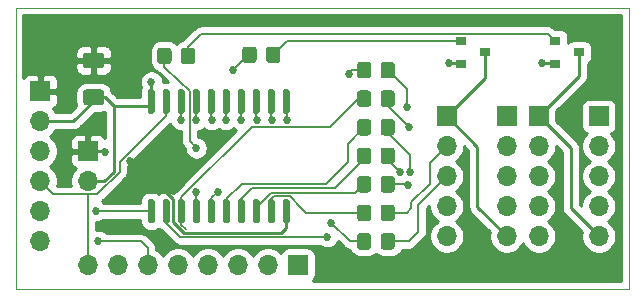
<source format=gbr>
G04 #@! TF.GenerationSoftware,KiCad,Pcbnew,5.1.10-88a1d61d58~88~ubuntu20.04.1*
G04 #@! TF.CreationDate,2021-05-20T13:29:31-04:00*
G04 #@! TF.ProjectId,hexdisplay8,68657864-6973-4706-9c61-79382e6b6963,rev?*
G04 #@! TF.SameCoordinates,Original*
G04 #@! TF.FileFunction,Copper,L1,Top*
G04 #@! TF.FilePolarity,Positive*
%FSLAX46Y46*%
G04 Gerber Fmt 4.6, Leading zero omitted, Abs format (unit mm)*
G04 Created by KiCad (PCBNEW 5.1.10-88a1d61d58~88~ubuntu20.04.1) date 2021-05-20 13:29:31*
%MOMM*%
%LPD*%
G01*
G04 APERTURE LIST*
G04 #@! TA.AperFunction,Profile*
%ADD10C,0.050000*%
G04 #@! TD*
G04 #@! TA.AperFunction,ComponentPad*
%ADD11R,1.700000X1.700000*%
G04 #@! TD*
G04 #@! TA.AperFunction,ComponentPad*
%ADD12O,1.700000X1.700000*%
G04 #@! TD*
G04 #@! TA.AperFunction,SMDPad,CuDef*
%ADD13R,0.900000X0.800000*%
G04 #@! TD*
G04 #@! TA.AperFunction,ViaPad*
%ADD14C,0.685800*%
G04 #@! TD*
G04 #@! TA.AperFunction,Conductor*
%ADD15C,0.254000*%
G04 #@! TD*
G04 #@! TA.AperFunction,Conductor*
%ADD16C,0.152400*%
G04 #@! TD*
G04 #@! TA.AperFunction,Conductor*
%ADD17C,0.100000*%
G04 #@! TD*
G04 APERTURE END LIST*
D10*
X188000000Y-122000000D02*
X136100000Y-122000000D01*
X188000000Y-98200000D02*
X136400000Y-98200000D01*
X188000000Y-122000000D02*
X188000000Y-98200000D01*
X136100000Y-98200000D02*
X136100000Y-122000000D01*
X136400000Y-98200000D02*
X136100000Y-98200000D01*
G04 #@! TO.P,C1,1*
G04 #@! TO.N,VCC*
G04 #@! TA.AperFunction,SMDPad,CuDef*
G36*
G01*
X143350003Y-106462500D02*
X142049997Y-106462500D01*
G75*
G02*
X141800000Y-106212503I0J249997D01*
G01*
X141800000Y-105387497D01*
G75*
G02*
X142049997Y-105137500I249997J0D01*
G01*
X143350003Y-105137500D01*
G75*
G02*
X143600000Y-105387497I0J-249997D01*
G01*
X143600000Y-106212503D01*
G75*
G02*
X143350003Y-106462500I-249997J0D01*
G01*
G37*
G04 #@! TD.AperFunction*
G04 #@! TO.P,C1,2*
G04 #@! TO.N,GND*
G04 #@! TA.AperFunction,SMDPad,CuDef*
G36*
G01*
X143350003Y-103337500D02*
X142049997Y-103337500D01*
G75*
G02*
X141800000Y-103087503I0J249997D01*
G01*
X141800000Y-102262497D01*
G75*
G02*
X142049997Y-102012500I249997J0D01*
G01*
X143350003Y-102012500D01*
G75*
G02*
X143600000Y-102262497I0J-249997D01*
G01*
X143600000Y-103087503D01*
G75*
G02*
X143350003Y-103337500I-249997J0D01*
G01*
G37*
G04 #@! TD.AperFunction*
G04 #@! TD*
D11*
G04 #@! TO.P,J3,1*
G04 #@! TO.N,GND*
X142220000Y-110360000D03*
D12*
G04 #@! TO.P,J3,2*
G04 #@! TO.N,VCC*
X142220000Y-112900000D03*
G04 #@! TD*
D11*
G04 #@! TO.P,J4,1*
G04 #@! TO.N,/D0*
X160000000Y-120000000D03*
D12*
G04 #@! TO.P,J4,2*
G04 #@! TO.N,/D1*
X157460000Y-120000000D03*
G04 #@! TO.P,J4,3*
G04 #@! TO.N,/D2*
X154920000Y-120000000D03*
G04 #@! TO.P,J4,4*
G04 #@! TO.N,/D3*
X152380000Y-120000000D03*
G04 #@! TO.P,J4,5*
G04 #@! TO.N,/D4*
X149840000Y-120000000D03*
G04 #@! TO.P,J4,6*
G04 #@! TO.N,/D5*
X147300000Y-120000000D03*
G04 #@! TO.P,J4,7*
G04 #@! TO.N,/D6*
X144760000Y-120000000D03*
G04 #@! TO.P,J4,8*
G04 #@! TO.N,/D7*
X142220000Y-120000000D03*
G04 #@! TD*
D11*
G04 #@! TO.P,J5,1*
G04 #@! TO.N,GND*
X138200000Y-105280000D03*
D12*
G04 #@! TO.P,J5,2*
G04 #@! TO.N,VCC*
X138200000Y-107820000D03*
G04 #@! TO.P,J5,3*
G04 #@! TO.N,/D6*
X138200000Y-110360000D03*
G04 #@! TO.P,J5,4*
G04 #@! TO.N,/D7*
X138200000Y-112900000D03*
G04 #@! TO.P,J5,5*
G04 #@! TO.N,/~RESET*
X138200000Y-115440000D03*
G04 #@! TO.P,J5,6*
G04 #@! TO.N,/D5*
X138200000Y-117980000D03*
G04 #@! TD*
D13*
G04 #@! TO.P,Q1,1*
G04 #@! TO.N,Net-(Q1-Pad1)*
X181800000Y-101050000D03*
G04 #@! TO.P,Q1,2*
G04 #@! TO.N,VCC*
X181800000Y-102950000D03*
G04 #@! TO.P,Q1,3*
G04 #@! TO.N,/CA1*
X183800000Y-102000000D03*
G04 #@! TD*
G04 #@! TO.P,Q2,3*
G04 #@! TO.N,/CA2*
X175800000Y-102000000D03*
G04 #@! TO.P,Q2,2*
G04 #@! TO.N,VCC*
X173800000Y-102950000D03*
G04 #@! TO.P,Q2,1*
G04 #@! TO.N,Net-(Q2-Pad1)*
X173800000Y-101050000D03*
G04 #@! TD*
G04 #@! TO.P,R1,1*
G04 #@! TO.N,/A*
G04 #@! TA.AperFunction,SMDPad,CuDef*
G36*
G01*
X168200000Y-103049999D02*
X168200000Y-103950001D01*
G75*
G02*
X167950001Y-104200000I-249999J0D01*
G01*
X167249999Y-104200000D01*
G75*
G02*
X167000000Y-103950001I0J249999D01*
G01*
X167000000Y-103049999D01*
G75*
G02*
X167249999Y-102800000I249999J0D01*
G01*
X167950001Y-102800000D01*
G75*
G02*
X168200000Y-103049999I0J-249999D01*
G01*
G37*
G04 #@! TD.AperFunction*
G04 #@! TO.P,R1,2*
G04 #@! TO.N,Net-(R1-Pad2)*
G04 #@! TA.AperFunction,SMDPad,CuDef*
G36*
G01*
X166200000Y-103049999D02*
X166200000Y-103950001D01*
G75*
G02*
X165950001Y-104200000I-249999J0D01*
G01*
X165249999Y-104200000D01*
G75*
G02*
X165000000Y-103950001I0J249999D01*
G01*
X165000000Y-103049999D01*
G75*
G02*
X165249999Y-102800000I249999J0D01*
G01*
X165950001Y-102800000D01*
G75*
G02*
X166200000Y-103049999I0J-249999D01*
G01*
G37*
G04 #@! TD.AperFunction*
G04 #@! TD*
G04 #@! TO.P,R2,2*
G04 #@! TO.N,Net-(R2-Pad2)*
G04 #@! TA.AperFunction,SMDPad,CuDef*
G36*
G01*
X166200000Y-105466665D02*
X166200000Y-106366667D01*
G75*
G02*
X165950001Y-106616666I-249999J0D01*
G01*
X165249999Y-106616666D01*
G75*
G02*
X165000000Y-106366667I0J249999D01*
G01*
X165000000Y-105466665D01*
G75*
G02*
X165249999Y-105216666I249999J0D01*
G01*
X165950001Y-105216666D01*
G75*
G02*
X166200000Y-105466665I0J-249999D01*
G01*
G37*
G04 #@! TD.AperFunction*
G04 #@! TO.P,R2,1*
G04 #@! TO.N,/B*
G04 #@! TA.AperFunction,SMDPad,CuDef*
G36*
G01*
X168200000Y-105466665D02*
X168200000Y-106366667D01*
G75*
G02*
X167950001Y-106616666I-249999J0D01*
G01*
X167249999Y-106616666D01*
G75*
G02*
X167000000Y-106366667I0J249999D01*
G01*
X167000000Y-105466665D01*
G75*
G02*
X167249999Y-105216666I249999J0D01*
G01*
X167950001Y-105216666D01*
G75*
G02*
X168200000Y-105466665I0J-249999D01*
G01*
G37*
G04 #@! TD.AperFunction*
G04 #@! TD*
G04 #@! TO.P,R3,1*
G04 #@! TO.N,/C*
G04 #@! TA.AperFunction,SMDPad,CuDef*
G36*
G01*
X168200000Y-107883331D02*
X168200000Y-108783333D01*
G75*
G02*
X167950001Y-109033332I-249999J0D01*
G01*
X167249999Y-109033332D01*
G75*
G02*
X167000000Y-108783333I0J249999D01*
G01*
X167000000Y-107883331D01*
G75*
G02*
X167249999Y-107633332I249999J0D01*
G01*
X167950001Y-107633332D01*
G75*
G02*
X168200000Y-107883331I0J-249999D01*
G01*
G37*
G04 #@! TD.AperFunction*
G04 #@! TO.P,R3,2*
G04 #@! TO.N,Net-(R3-Pad2)*
G04 #@! TA.AperFunction,SMDPad,CuDef*
G36*
G01*
X166200000Y-107883331D02*
X166200000Y-108783333D01*
G75*
G02*
X165950001Y-109033332I-249999J0D01*
G01*
X165249999Y-109033332D01*
G75*
G02*
X165000000Y-108783333I0J249999D01*
G01*
X165000000Y-107883331D01*
G75*
G02*
X165249999Y-107633332I249999J0D01*
G01*
X165950001Y-107633332D01*
G75*
G02*
X166200000Y-107883331I0J-249999D01*
G01*
G37*
G04 #@! TD.AperFunction*
G04 #@! TD*
G04 #@! TO.P,R4,2*
G04 #@! TO.N,Net-(R4-Pad2)*
G04 #@! TA.AperFunction,SMDPad,CuDef*
G36*
G01*
X166200000Y-110299997D02*
X166200000Y-111199999D01*
G75*
G02*
X165950001Y-111449998I-249999J0D01*
G01*
X165249999Y-111449998D01*
G75*
G02*
X165000000Y-111199999I0J249999D01*
G01*
X165000000Y-110299997D01*
G75*
G02*
X165249999Y-110049998I249999J0D01*
G01*
X165950001Y-110049998D01*
G75*
G02*
X166200000Y-110299997I0J-249999D01*
G01*
G37*
G04 #@! TD.AperFunction*
G04 #@! TO.P,R4,1*
G04 #@! TO.N,/D*
G04 #@! TA.AperFunction,SMDPad,CuDef*
G36*
G01*
X168200000Y-110299997D02*
X168200000Y-111199999D01*
G75*
G02*
X167950001Y-111449998I-249999J0D01*
G01*
X167249999Y-111449998D01*
G75*
G02*
X167000000Y-111199999I0J249999D01*
G01*
X167000000Y-110299997D01*
G75*
G02*
X167249999Y-110049998I249999J0D01*
G01*
X167950001Y-110049998D01*
G75*
G02*
X168200000Y-110299997I0J-249999D01*
G01*
G37*
G04 #@! TD.AperFunction*
G04 #@! TD*
G04 #@! TO.P,R5,1*
G04 #@! TO.N,/E*
G04 #@! TA.AperFunction,SMDPad,CuDef*
G36*
G01*
X168200000Y-112716663D02*
X168200000Y-113616665D01*
G75*
G02*
X167950001Y-113866664I-249999J0D01*
G01*
X167249999Y-113866664D01*
G75*
G02*
X167000000Y-113616665I0J249999D01*
G01*
X167000000Y-112716663D01*
G75*
G02*
X167249999Y-112466664I249999J0D01*
G01*
X167950001Y-112466664D01*
G75*
G02*
X168200000Y-112716663I0J-249999D01*
G01*
G37*
G04 #@! TD.AperFunction*
G04 #@! TO.P,R5,2*
G04 #@! TO.N,Net-(R5-Pad2)*
G04 #@! TA.AperFunction,SMDPad,CuDef*
G36*
G01*
X166200000Y-112716663D02*
X166200000Y-113616665D01*
G75*
G02*
X165950001Y-113866664I-249999J0D01*
G01*
X165249999Y-113866664D01*
G75*
G02*
X165000000Y-113616665I0J249999D01*
G01*
X165000000Y-112716663D01*
G75*
G02*
X165249999Y-112466664I249999J0D01*
G01*
X165950001Y-112466664D01*
G75*
G02*
X166200000Y-112716663I0J-249999D01*
G01*
G37*
G04 #@! TD.AperFunction*
G04 #@! TD*
G04 #@! TO.P,R6,2*
G04 #@! TO.N,Net-(R6-Pad2)*
G04 #@! TA.AperFunction,SMDPad,CuDef*
G36*
G01*
X166200000Y-115133329D02*
X166200000Y-116033331D01*
G75*
G02*
X165950001Y-116283330I-249999J0D01*
G01*
X165249999Y-116283330D01*
G75*
G02*
X165000000Y-116033331I0J249999D01*
G01*
X165000000Y-115133329D01*
G75*
G02*
X165249999Y-114883330I249999J0D01*
G01*
X165950001Y-114883330D01*
G75*
G02*
X166200000Y-115133329I0J-249999D01*
G01*
G37*
G04 #@! TD.AperFunction*
G04 #@! TO.P,R6,1*
G04 #@! TO.N,/F*
G04 #@! TA.AperFunction,SMDPad,CuDef*
G36*
G01*
X168200000Y-115133329D02*
X168200000Y-116033331D01*
G75*
G02*
X167950001Y-116283330I-249999J0D01*
G01*
X167249999Y-116283330D01*
G75*
G02*
X167000000Y-116033331I0J249999D01*
G01*
X167000000Y-115133329D01*
G75*
G02*
X167249999Y-114883330I249999J0D01*
G01*
X167950001Y-114883330D01*
G75*
G02*
X168200000Y-115133329I0J-249999D01*
G01*
G37*
G04 #@! TD.AperFunction*
G04 #@! TD*
G04 #@! TO.P,R7,1*
G04 #@! TO.N,/G*
G04 #@! TA.AperFunction,SMDPad,CuDef*
G36*
G01*
X168200000Y-117549999D02*
X168200000Y-118450001D01*
G75*
G02*
X167950001Y-118700000I-249999J0D01*
G01*
X167249999Y-118700000D01*
G75*
G02*
X167000000Y-118450001I0J249999D01*
G01*
X167000000Y-117549999D01*
G75*
G02*
X167249999Y-117300000I249999J0D01*
G01*
X167950001Y-117300000D01*
G75*
G02*
X168200000Y-117549999I0J-249999D01*
G01*
G37*
G04 #@! TD.AperFunction*
G04 #@! TO.P,R7,2*
G04 #@! TO.N,Net-(R7-Pad2)*
G04 #@! TA.AperFunction,SMDPad,CuDef*
G36*
G01*
X166200000Y-117549999D02*
X166200000Y-118450001D01*
G75*
G02*
X165950001Y-118700000I-249999J0D01*
G01*
X165249999Y-118700000D01*
G75*
G02*
X165000000Y-118450001I0J249999D01*
G01*
X165000000Y-117549999D01*
G75*
G02*
X165249999Y-117300000I249999J0D01*
G01*
X165950001Y-117300000D01*
G75*
G02*
X166200000Y-117549999I0J-249999D01*
G01*
G37*
G04 #@! TD.AperFunction*
G04 #@! TD*
G04 #@! TO.P,R8,2*
G04 #@! TO.N,Net-(R8-Pad2)*
G04 #@! TA.AperFunction,SMDPad,CuDef*
G36*
G01*
X149300000Y-101849999D02*
X149300000Y-102750001D01*
G75*
G02*
X149050001Y-103000000I-249999J0D01*
G01*
X148349999Y-103000000D01*
G75*
G02*
X148100000Y-102750001I0J249999D01*
G01*
X148100000Y-101849999D01*
G75*
G02*
X148349999Y-101600000I249999J0D01*
G01*
X149050001Y-101600000D01*
G75*
G02*
X149300000Y-101849999I0J-249999D01*
G01*
G37*
G04 #@! TD.AperFunction*
G04 #@! TO.P,R8,1*
G04 #@! TO.N,Net-(Q1-Pad1)*
G04 #@! TA.AperFunction,SMDPad,CuDef*
G36*
G01*
X151300000Y-101849999D02*
X151300000Y-102750001D01*
G75*
G02*
X151050001Y-103000000I-249999J0D01*
G01*
X150349999Y-103000000D01*
G75*
G02*
X150100000Y-102750001I0J249999D01*
G01*
X150100000Y-101849999D01*
G75*
G02*
X150349999Y-101600000I249999J0D01*
G01*
X151050001Y-101600000D01*
G75*
G02*
X151300000Y-101849999I0J-249999D01*
G01*
G37*
G04 #@! TD.AperFunction*
G04 #@! TD*
G04 #@! TO.P,R9,1*
G04 #@! TO.N,Net-(Q2-Pad1)*
G04 #@! TA.AperFunction,SMDPad,CuDef*
G36*
G01*
X158500000Y-101749999D02*
X158500000Y-102650001D01*
G75*
G02*
X158250001Y-102900000I-249999J0D01*
G01*
X157549999Y-102900000D01*
G75*
G02*
X157300000Y-102650001I0J249999D01*
G01*
X157300000Y-101749999D01*
G75*
G02*
X157549999Y-101500000I249999J0D01*
G01*
X158250001Y-101500000D01*
G75*
G02*
X158500000Y-101749999I0J-249999D01*
G01*
G37*
G04 #@! TD.AperFunction*
G04 #@! TO.P,R9,2*
G04 #@! TO.N,Net-(R9-Pad2)*
G04 #@! TA.AperFunction,SMDPad,CuDef*
G36*
G01*
X156500000Y-101749999D02*
X156500000Y-102650001D01*
G75*
G02*
X156250001Y-102900000I-249999J0D01*
G01*
X155549999Y-102900000D01*
G75*
G02*
X155300000Y-102650001I0J249999D01*
G01*
X155300000Y-101749999D01*
G75*
G02*
X155549999Y-101500000I249999J0D01*
G01*
X156250001Y-101500000D01*
G75*
G02*
X156500000Y-101749999I0J-249999D01*
G01*
G37*
G04 #@! TD.AperFunction*
G04 #@! TD*
G04 #@! TO.P,U1,1*
G04 #@! TO.N,/~RESET*
G04 #@! TA.AperFunction,SMDPad,CuDef*
G36*
G01*
X147735000Y-116475000D02*
X147435000Y-116475000D01*
G75*
G02*
X147285000Y-116325000I0J150000D01*
G01*
X147285000Y-114575000D01*
G75*
G02*
X147435000Y-114425000I150000J0D01*
G01*
X147735000Y-114425000D01*
G75*
G02*
X147885000Y-114575000I0J-150000D01*
G01*
X147885000Y-116325000D01*
G75*
G02*
X147735000Y-116475000I-150000J0D01*
G01*
G37*
G04 #@! TD.AperFunction*
G04 #@! TO.P,U1,2*
G04 #@! TO.N,Net-(R1-Pad2)*
G04 #@! TA.AperFunction,SMDPad,CuDef*
G36*
G01*
X149005000Y-116475000D02*
X148705000Y-116475000D01*
G75*
G02*
X148555000Y-116325000I0J150000D01*
G01*
X148555000Y-114575000D01*
G75*
G02*
X148705000Y-114425000I150000J0D01*
G01*
X149005000Y-114425000D01*
G75*
G02*
X149155000Y-114575000I0J-150000D01*
G01*
X149155000Y-116325000D01*
G75*
G02*
X149005000Y-116475000I-150000J0D01*
G01*
G37*
G04 #@! TD.AperFunction*
G04 #@! TO.P,U1,3*
G04 #@! TO.N,Net-(R2-Pad2)*
G04 #@! TA.AperFunction,SMDPad,CuDef*
G36*
G01*
X150275000Y-116475000D02*
X149975000Y-116475000D01*
G75*
G02*
X149825000Y-116325000I0J150000D01*
G01*
X149825000Y-114575000D01*
G75*
G02*
X149975000Y-114425000I150000J0D01*
G01*
X150275000Y-114425000D01*
G75*
G02*
X150425000Y-114575000I0J-150000D01*
G01*
X150425000Y-116325000D01*
G75*
G02*
X150275000Y-116475000I-150000J0D01*
G01*
G37*
G04 #@! TD.AperFunction*
G04 #@! TO.P,U1,4*
G04 #@! TO.N,Net-(R8-Pad2)*
G04 #@! TA.AperFunction,SMDPad,CuDef*
G36*
G01*
X151545000Y-116475000D02*
X151245000Y-116475000D01*
G75*
G02*
X151095000Y-116325000I0J150000D01*
G01*
X151095000Y-114575000D01*
G75*
G02*
X151245000Y-114425000I150000J0D01*
G01*
X151545000Y-114425000D01*
G75*
G02*
X151695000Y-114575000I0J-150000D01*
G01*
X151695000Y-116325000D01*
G75*
G02*
X151545000Y-116475000I-150000J0D01*
G01*
G37*
G04 #@! TD.AperFunction*
G04 #@! TO.P,U1,5*
G04 #@! TO.N,Net-(R9-Pad2)*
G04 #@! TA.AperFunction,SMDPad,CuDef*
G36*
G01*
X152815000Y-116475000D02*
X152515000Y-116475000D01*
G75*
G02*
X152365000Y-116325000I0J150000D01*
G01*
X152365000Y-114575000D01*
G75*
G02*
X152515000Y-114425000I150000J0D01*
G01*
X152815000Y-114425000D01*
G75*
G02*
X152965000Y-114575000I0J-150000D01*
G01*
X152965000Y-116325000D01*
G75*
G02*
X152815000Y-116475000I-150000J0D01*
G01*
G37*
G04 #@! TD.AperFunction*
G04 #@! TO.P,U1,6*
G04 #@! TO.N,Net-(R3-Pad2)*
G04 #@! TA.AperFunction,SMDPad,CuDef*
G36*
G01*
X154085000Y-116475000D02*
X153785000Y-116475000D01*
G75*
G02*
X153635000Y-116325000I0J150000D01*
G01*
X153635000Y-114575000D01*
G75*
G02*
X153785000Y-114425000I150000J0D01*
G01*
X154085000Y-114425000D01*
G75*
G02*
X154235000Y-114575000I0J-150000D01*
G01*
X154235000Y-116325000D01*
G75*
G02*
X154085000Y-116475000I-150000J0D01*
G01*
G37*
G04 #@! TD.AperFunction*
G04 #@! TO.P,U1,7*
G04 #@! TO.N,Net-(R4-Pad2)*
G04 #@! TA.AperFunction,SMDPad,CuDef*
G36*
G01*
X155355000Y-116475000D02*
X155055000Y-116475000D01*
G75*
G02*
X154905000Y-116325000I0J150000D01*
G01*
X154905000Y-114575000D01*
G75*
G02*
X155055000Y-114425000I150000J0D01*
G01*
X155355000Y-114425000D01*
G75*
G02*
X155505000Y-114575000I0J-150000D01*
G01*
X155505000Y-116325000D01*
G75*
G02*
X155355000Y-116475000I-150000J0D01*
G01*
G37*
G04 #@! TD.AperFunction*
G04 #@! TO.P,U1,8*
G04 #@! TO.N,Net-(R5-Pad2)*
G04 #@! TA.AperFunction,SMDPad,CuDef*
G36*
G01*
X156625000Y-116475000D02*
X156325000Y-116475000D01*
G75*
G02*
X156175000Y-116325000I0J150000D01*
G01*
X156175000Y-114575000D01*
G75*
G02*
X156325000Y-114425000I150000J0D01*
G01*
X156625000Y-114425000D01*
G75*
G02*
X156775000Y-114575000I0J-150000D01*
G01*
X156775000Y-116325000D01*
G75*
G02*
X156625000Y-116475000I-150000J0D01*
G01*
G37*
G04 #@! TD.AperFunction*
G04 #@! TO.P,U1,9*
G04 #@! TO.N,Net-(R6-Pad2)*
G04 #@! TA.AperFunction,SMDPad,CuDef*
G36*
G01*
X157895000Y-116475000D02*
X157595000Y-116475000D01*
G75*
G02*
X157445000Y-116325000I0J150000D01*
G01*
X157445000Y-114575000D01*
G75*
G02*
X157595000Y-114425000I150000J0D01*
G01*
X157895000Y-114425000D01*
G75*
G02*
X158045000Y-114575000I0J-150000D01*
G01*
X158045000Y-116325000D01*
G75*
G02*
X157895000Y-116475000I-150000J0D01*
G01*
G37*
G04 #@! TD.AperFunction*
G04 #@! TO.P,U1,10*
G04 #@! TO.N,GND*
G04 #@! TA.AperFunction,SMDPad,CuDef*
G36*
G01*
X159165000Y-116475000D02*
X158865000Y-116475000D01*
G75*
G02*
X158715000Y-116325000I0J150000D01*
G01*
X158715000Y-114575000D01*
G75*
G02*
X158865000Y-114425000I150000J0D01*
G01*
X159165000Y-114425000D01*
G75*
G02*
X159315000Y-114575000I0J-150000D01*
G01*
X159315000Y-116325000D01*
G75*
G02*
X159165000Y-116475000I-150000J0D01*
G01*
G37*
G04 #@! TD.AperFunction*
G04 #@! TO.P,U1,11*
G04 #@! TO.N,Net-(R7-Pad2)*
G04 #@! TA.AperFunction,SMDPad,CuDef*
G36*
G01*
X159165000Y-107175000D02*
X158865000Y-107175000D01*
G75*
G02*
X158715000Y-107025000I0J150000D01*
G01*
X158715000Y-105275000D01*
G75*
G02*
X158865000Y-105125000I150000J0D01*
G01*
X159165000Y-105125000D01*
G75*
G02*
X159315000Y-105275000I0J-150000D01*
G01*
X159315000Y-107025000D01*
G75*
G02*
X159165000Y-107175000I-150000J0D01*
G01*
G37*
G04 #@! TD.AperFunction*
G04 #@! TO.P,U1,12*
G04 #@! TO.N,/D0*
G04 #@! TA.AperFunction,SMDPad,CuDef*
G36*
G01*
X157895000Y-107175000D02*
X157595000Y-107175000D01*
G75*
G02*
X157445000Y-107025000I0J150000D01*
G01*
X157445000Y-105275000D01*
G75*
G02*
X157595000Y-105125000I150000J0D01*
G01*
X157895000Y-105125000D01*
G75*
G02*
X158045000Y-105275000I0J-150000D01*
G01*
X158045000Y-107025000D01*
G75*
G02*
X157895000Y-107175000I-150000J0D01*
G01*
G37*
G04 #@! TD.AperFunction*
G04 #@! TO.P,U1,13*
G04 #@! TO.N,/D1*
G04 #@! TA.AperFunction,SMDPad,CuDef*
G36*
G01*
X156625000Y-107175000D02*
X156325000Y-107175000D01*
G75*
G02*
X156175000Y-107025000I0J150000D01*
G01*
X156175000Y-105275000D01*
G75*
G02*
X156325000Y-105125000I150000J0D01*
G01*
X156625000Y-105125000D01*
G75*
G02*
X156775000Y-105275000I0J-150000D01*
G01*
X156775000Y-107025000D01*
G75*
G02*
X156625000Y-107175000I-150000J0D01*
G01*
G37*
G04 #@! TD.AperFunction*
G04 #@! TO.P,U1,14*
G04 #@! TO.N,/D2*
G04 #@! TA.AperFunction,SMDPad,CuDef*
G36*
G01*
X155355000Y-107175000D02*
X155055000Y-107175000D01*
G75*
G02*
X154905000Y-107025000I0J150000D01*
G01*
X154905000Y-105275000D01*
G75*
G02*
X155055000Y-105125000I150000J0D01*
G01*
X155355000Y-105125000D01*
G75*
G02*
X155505000Y-105275000I0J-150000D01*
G01*
X155505000Y-107025000D01*
G75*
G02*
X155355000Y-107175000I-150000J0D01*
G01*
G37*
G04 #@! TD.AperFunction*
G04 #@! TO.P,U1,15*
G04 #@! TO.N,/D3*
G04 #@! TA.AperFunction,SMDPad,CuDef*
G36*
G01*
X154085000Y-107175000D02*
X153785000Y-107175000D01*
G75*
G02*
X153635000Y-107025000I0J150000D01*
G01*
X153635000Y-105275000D01*
G75*
G02*
X153785000Y-105125000I150000J0D01*
G01*
X154085000Y-105125000D01*
G75*
G02*
X154235000Y-105275000I0J-150000D01*
G01*
X154235000Y-107025000D01*
G75*
G02*
X154085000Y-107175000I-150000J0D01*
G01*
G37*
G04 #@! TD.AperFunction*
G04 #@! TO.P,U1,16*
G04 #@! TO.N,/D4*
G04 #@! TA.AperFunction,SMDPad,CuDef*
G36*
G01*
X152815000Y-107175000D02*
X152515000Y-107175000D01*
G75*
G02*
X152365000Y-107025000I0J150000D01*
G01*
X152365000Y-105275000D01*
G75*
G02*
X152515000Y-105125000I150000J0D01*
G01*
X152815000Y-105125000D01*
G75*
G02*
X152965000Y-105275000I0J-150000D01*
G01*
X152965000Y-107025000D01*
G75*
G02*
X152815000Y-107175000I-150000J0D01*
G01*
G37*
G04 #@! TD.AperFunction*
G04 #@! TO.P,U1,17*
G04 #@! TO.N,/D5*
G04 #@! TA.AperFunction,SMDPad,CuDef*
G36*
G01*
X151545000Y-107175000D02*
X151245000Y-107175000D01*
G75*
G02*
X151095000Y-107025000I0J150000D01*
G01*
X151095000Y-105275000D01*
G75*
G02*
X151245000Y-105125000I150000J0D01*
G01*
X151545000Y-105125000D01*
G75*
G02*
X151695000Y-105275000I0J-150000D01*
G01*
X151695000Y-107025000D01*
G75*
G02*
X151545000Y-107175000I-150000J0D01*
G01*
G37*
G04 #@! TD.AperFunction*
G04 #@! TO.P,U1,18*
G04 #@! TO.N,/D6*
G04 #@! TA.AperFunction,SMDPad,CuDef*
G36*
G01*
X150275000Y-107175000D02*
X149975000Y-107175000D01*
G75*
G02*
X149825000Y-107025000I0J150000D01*
G01*
X149825000Y-105275000D01*
G75*
G02*
X149975000Y-105125000I150000J0D01*
G01*
X150275000Y-105125000D01*
G75*
G02*
X150425000Y-105275000I0J-150000D01*
G01*
X150425000Y-107025000D01*
G75*
G02*
X150275000Y-107175000I-150000J0D01*
G01*
G37*
G04 #@! TD.AperFunction*
G04 #@! TO.P,U1,19*
G04 #@! TO.N,/D7*
G04 #@! TA.AperFunction,SMDPad,CuDef*
G36*
G01*
X149005000Y-107175000D02*
X148705000Y-107175000D01*
G75*
G02*
X148555000Y-107025000I0J150000D01*
G01*
X148555000Y-105275000D01*
G75*
G02*
X148705000Y-105125000I150000J0D01*
G01*
X149005000Y-105125000D01*
G75*
G02*
X149155000Y-105275000I0J-150000D01*
G01*
X149155000Y-107025000D01*
G75*
G02*
X149005000Y-107175000I-150000J0D01*
G01*
G37*
G04 #@! TD.AperFunction*
G04 #@! TO.P,U1,20*
G04 #@! TO.N,VCC*
G04 #@! TA.AperFunction,SMDPad,CuDef*
G36*
G01*
X147735000Y-107175000D02*
X147435000Y-107175000D01*
G75*
G02*
X147285000Y-107025000I0J150000D01*
G01*
X147285000Y-105275000D01*
G75*
G02*
X147435000Y-105125000I150000J0D01*
G01*
X147735000Y-105125000D01*
G75*
G02*
X147885000Y-105275000I0J-150000D01*
G01*
X147885000Y-107025000D01*
G75*
G02*
X147735000Y-107175000I-150000J0D01*
G01*
G37*
G04 #@! TD.AperFunction*
G04 #@! TD*
D11*
G04 #@! TO.P,J11,1*
G04 #@! TO.N,/CA2*
X172600000Y-107400000D03*
D12*
G04 #@! TO.P,J11,2*
G04 #@! TO.N,/F*
X172600000Y-109940000D03*
G04 #@! TO.P,J11,3*
G04 #@! TO.N,/G*
X172600000Y-112480000D03*
G04 #@! TO.P,J11,4*
G04 #@! TO.N,/E*
X172600000Y-115020000D03*
G04 #@! TO.P,J11,5*
G04 #@! TO.N,/D*
X172600000Y-117560000D03*
G04 #@! TD*
G04 #@! TO.P,J12,5*
G04 #@! TO.N,/CA2*
X177680000Y-117560000D03*
G04 #@! TO.P,J12,4*
G04 #@! TO.N,Net-(J12-Pad4)*
X177680000Y-115020000D03*
G04 #@! TO.P,J12,3*
G04 #@! TO.N,/C*
X177680000Y-112480000D03*
G04 #@! TO.P,J12,2*
G04 #@! TO.N,/B*
X177680000Y-109940000D03*
D11*
G04 #@! TO.P,J12,1*
G04 #@! TO.N,/A*
X177680000Y-107400000D03*
G04 #@! TD*
G04 #@! TO.P,J21,1*
G04 #@! TO.N,/CA1*
X180400000Y-107400000D03*
D12*
G04 #@! TO.P,J21,2*
G04 #@! TO.N,/F*
X180400000Y-109940000D03*
G04 #@! TO.P,J21,3*
G04 #@! TO.N,/G*
X180400000Y-112480000D03*
G04 #@! TO.P,J21,4*
G04 #@! TO.N,/E*
X180400000Y-115020000D03*
G04 #@! TO.P,J21,5*
G04 #@! TO.N,/D*
X180400000Y-117560000D03*
G04 #@! TD*
G04 #@! TO.P,J22,5*
G04 #@! TO.N,/CA1*
X185480000Y-117560000D03*
G04 #@! TO.P,J22,4*
G04 #@! TO.N,Net-(J22-Pad4)*
X185480000Y-115020000D03*
G04 #@! TO.P,J22,3*
G04 #@! TO.N,/C*
X185480000Y-112480000D03*
G04 #@! TO.P,J22,2*
G04 #@! TO.N,/B*
X185480000Y-109940000D03*
D11*
G04 #@! TO.P,J22,1*
G04 #@! TO.N,/A*
X185480000Y-107400000D03*
G04 #@! TD*
D14*
G04 #@! TO.N,GND*
X143700000Y-110400000D03*
X144400000Y-105300000D03*
X145804112Y-111204112D03*
G04 #@! TO.N,/A*
X169200000Y-106600000D03*
G04 #@! TO.N,/D*
X168600000Y-112100000D03*
G04 #@! TO.N,/B*
X169400000Y-108300000D03*
G04 #@! TO.N,/E*
X169300000Y-113200000D03*
G04 #@! TO.N,/C*
X169500000Y-112100000D03*
G04 #@! TO.N,/D0*
X157800000Y-107700000D03*
G04 #@! TO.N,/D1*
X156500000Y-107700000D03*
G04 #@! TO.N,/D2*
X155200000Y-107700000D03*
G04 #@! TO.N,/D3*
X153900000Y-107700000D03*
G04 #@! TO.N,/D4*
X152700000Y-107700000D03*
G04 #@! TO.N,/D5*
X151400000Y-107700000D03*
X143100000Y-118000000D03*
G04 #@! TO.N,/D6*
X150100000Y-107700000D03*
G04 #@! TO.N,/~RESET*
X142900000Y-115400000D03*
G04 #@! TO.N,Net-(R1-Pad2)*
X162500000Y-117600000D03*
X164300000Y-103800000D03*
G04 #@! TO.N,Net-(R7-Pad2)*
X162800000Y-116400000D03*
X159100000Y-107700000D03*
G04 #@! TO.N,Net-(R8-Pad2)*
X151400000Y-113800000D03*
X151400000Y-110100000D03*
G04 #@! TO.N,Net-(R9-Pad2)*
X153200000Y-113800000D03*
X154500000Y-103500000D03*
G04 #@! TO.N,VCC*
X147600000Y-104500000D03*
X172800000Y-102900000D03*
X180700000Y-102900000D03*
G04 #@! TD*
D15*
G04 #@! TO.N,GND*
X143660000Y-110360000D02*
X143700000Y-110400000D01*
X142220000Y-110360000D02*
X143660000Y-110360000D01*
X144400000Y-105300000D02*
X144400000Y-103000000D01*
X144075000Y-102675000D02*
X142700000Y-102675000D01*
X144400000Y-103000000D02*
X144075000Y-102675000D01*
X142700000Y-102675000D02*
X139425000Y-102675000D01*
X138200000Y-103900000D02*
X138200000Y-105280000D01*
X139425000Y-102675000D02*
X138200000Y-103900000D01*
X159015000Y-115450000D02*
X159015000Y-116885000D01*
X159015000Y-116885000D02*
X158600000Y-117300000D01*
X146241392Y-111204112D02*
X145804112Y-111204112D01*
X149434410Y-114397130D02*
X146241392Y-111204112D01*
X149434410Y-116391690D02*
X149434410Y-114397130D01*
X150342720Y-117300000D02*
X149434410Y-116391690D01*
X158600000Y-117300000D02*
X150342720Y-117300000D01*
D16*
G04 #@! TO.N,/A*
X167600000Y-103500000D02*
X169200000Y-105100000D01*
X169200000Y-105100000D02*
X169200000Y-106600000D01*
G04 #@! TO.N,/D*
X167600000Y-111100000D02*
X168600000Y-112100000D01*
X167600000Y-110749998D02*
X167600000Y-111100000D01*
G04 #@! TO.N,/B*
X167600000Y-106500000D02*
X169400000Y-108300000D01*
X167600000Y-105916666D02*
X167600000Y-106500000D01*
G04 #@! TO.N,/E*
X167600000Y-113166664D02*
X168866664Y-113166664D01*
X169266664Y-113166664D02*
X169300000Y-113200000D01*
X168866664Y-113166664D02*
X169266664Y-113166664D01*
G04 #@! TO.N,/C*
X167666668Y-108400000D02*
X167600000Y-108333332D01*
X167600000Y-108333332D02*
X167600000Y-108800000D01*
X169500000Y-110700000D02*
X169500000Y-112100000D01*
X167600000Y-108800000D02*
X169500000Y-110700000D01*
G04 #@! TO.N,/G*
X167980000Y-118000000D02*
X167600000Y-118000000D01*
X172600000Y-112480000D02*
X170200000Y-114880000D01*
X170200000Y-114880000D02*
X170200000Y-117200000D01*
X169400000Y-118000000D02*
X167600000Y-118000000D01*
X170200000Y-117200000D02*
X169400000Y-118000000D01*
G04 #@! TO.N,/F*
X168162492Y-115583330D02*
X167600000Y-115583330D01*
X172600000Y-109940000D02*
X171200000Y-111340000D01*
X171200000Y-111340000D02*
X171200000Y-113100000D01*
X171200000Y-113100000D02*
X169600000Y-114700000D01*
X169600000Y-114700000D02*
X169600000Y-115200000D01*
X169216670Y-115583330D02*
X167600000Y-115583330D01*
X169600000Y-115200000D02*
X169216670Y-115583330D01*
D15*
G04 #@! TO.N,/CA2*
X175800000Y-104200000D02*
X172600000Y-107400000D01*
X175800000Y-102000000D02*
X175800000Y-104200000D01*
X177680000Y-117560000D02*
X175200000Y-115080000D01*
X175200000Y-110000000D02*
X172600000Y-107400000D01*
X175200000Y-115080000D02*
X175200000Y-110000000D01*
G04 #@! TO.N,/CA1*
X183800000Y-104000000D02*
X180400000Y-107400000D01*
X183800000Y-102000000D02*
X183800000Y-104000000D01*
X185480000Y-117560000D02*
X183100000Y-115180000D01*
X183100000Y-110100000D02*
X180400000Y-107400000D01*
X183100000Y-115180000D02*
X183100000Y-110100000D01*
D16*
G04 #@! TO.N,/D0*
X157745000Y-107645000D02*
X157800000Y-107700000D01*
X157745000Y-106150000D02*
X157745000Y-107645000D01*
G04 #@! TO.N,/D1*
X156475000Y-107675000D02*
X156500000Y-107700000D01*
X156475000Y-106150000D02*
X156475000Y-107675000D01*
G04 #@! TO.N,/D2*
X155205000Y-107695000D02*
X155200000Y-107700000D01*
X155205000Y-106150000D02*
X155205000Y-107695000D01*
G04 #@! TO.N,/D3*
X153935000Y-106150000D02*
X153935000Y-107565000D01*
X153900000Y-107600000D02*
X153900000Y-107700000D01*
X153935000Y-107565000D02*
X153900000Y-107600000D01*
G04 #@! TO.N,/D4*
X152665000Y-107665000D02*
X152700000Y-107700000D01*
X152665000Y-106150000D02*
X152665000Y-107665000D01*
G04 #@! TO.N,/D5*
X151395000Y-107695000D02*
X151400000Y-107700000D01*
X151395000Y-106150000D02*
X151395000Y-107695000D01*
X147300000Y-120000000D02*
X147300000Y-118600000D01*
X146700000Y-118000000D02*
X143100000Y-118000000D01*
X147300000Y-118600000D02*
X146700000Y-118000000D01*
G04 #@! TO.N,/D6*
X150125000Y-107675000D02*
X150100000Y-107700000D01*
X150125000Y-106150000D02*
X150125000Y-107675000D01*
G04 #@! TO.N,/D7*
X148855000Y-106150000D02*
X148855000Y-107345000D01*
X148855000Y-107345000D02*
X144900000Y-111300000D01*
X139278601Y-113978601D02*
X138200000Y-112900000D01*
X144900000Y-112102908D02*
X143024307Y-113978601D01*
X144900000Y-111300000D02*
X144900000Y-112102908D01*
X142220000Y-113980000D02*
X142221399Y-113978601D01*
X142220000Y-120000000D02*
X142220000Y-113980000D01*
X142221399Y-113978601D02*
X139278601Y-113978601D01*
X143024307Y-113978601D02*
X142221399Y-113978601D01*
G04 #@! TO.N,/~RESET*
X142950000Y-115450000D02*
X142900000Y-115400000D01*
X147585000Y-115450000D02*
X142950000Y-115450000D01*
G04 #@! TO.N,Net-(Q1-Pad1)*
X150700000Y-101500000D02*
X151778601Y-100421399D01*
X150700000Y-102300000D02*
X150700000Y-101500000D01*
X174432881Y-100421399D02*
X174454280Y-100400000D01*
X151778601Y-100421399D02*
X174432881Y-100421399D01*
X181150000Y-100400000D02*
X181800000Y-101050000D01*
X174454280Y-100400000D02*
X181150000Y-100400000D01*
G04 #@! TO.N,Net-(Q2-Pad1)*
X159050000Y-101050000D02*
X157900000Y-102200000D01*
X159050000Y-101050000D02*
X173800000Y-101050000D01*
G04 #@! TO.N,Net-(R1-Pad2)*
X150035610Y-117655610D02*
X158747298Y-117655610D01*
X148855000Y-116475000D02*
X150035610Y-117655610D01*
X148855000Y-115450000D02*
X148855000Y-116475000D01*
X162444390Y-117655610D02*
X162500000Y-117600000D01*
X158747298Y-117655610D02*
X162444390Y-117655610D01*
X164300000Y-103800000D02*
X164600000Y-103500000D01*
X164600000Y-103500000D02*
X165600000Y-103500000D01*
G04 #@! TO.N,Net-(R2-Pad2)*
X150125000Y-115450000D02*
X150125000Y-116579372D01*
X150125000Y-116579372D02*
X150490018Y-116944390D01*
X156082677Y-108271501D02*
X162728499Y-108271501D01*
X150125000Y-114229178D02*
X156082677Y-108271501D01*
X150125000Y-115450000D02*
X150125000Y-114229178D01*
X165083334Y-105916666D02*
X165600000Y-105916666D01*
X162728499Y-108271501D02*
X165083334Y-105916666D01*
G04 #@! TO.N,Net-(R3-Pad2)*
X153935000Y-114425000D02*
X155260000Y-113100000D01*
X153935000Y-115450000D02*
X153935000Y-114425000D01*
X155260000Y-113100000D02*
X162400000Y-113100000D01*
X162400000Y-113100000D02*
X164200000Y-111300000D01*
X164200000Y-109733332D02*
X165600000Y-108333332D01*
X164200000Y-111300000D02*
X164200000Y-109733332D01*
G04 #@! TO.N,Net-(R4-Pad2)*
X155205000Y-114425000D02*
X156130000Y-113500000D01*
X155205000Y-115450000D02*
X155205000Y-114425000D01*
X156130000Y-113500000D02*
X163100000Y-113500000D01*
X165600000Y-111000000D02*
X165600000Y-110749998D01*
X163100000Y-113500000D02*
X165600000Y-111000000D01*
G04 #@! TO.N,Net-(R5-Pad2)*
X156475000Y-115159564D02*
X156475000Y-115450000D01*
X164391580Y-113891580D02*
X157742984Y-113891580D01*
X157742984Y-113891580D02*
X156475000Y-115159564D01*
X164400000Y-113900000D02*
X164391580Y-113891580D01*
X164866664Y-113900000D02*
X164400000Y-113900000D01*
X165600000Y-113166664D02*
X164866664Y-113900000D01*
G04 #@! TO.N,Net-(R6-Pad2)*
X159321826Y-114196390D02*
X160300000Y-115174564D01*
X157973610Y-114196390D02*
X159321826Y-114196390D01*
X157745000Y-114425000D02*
X157973610Y-114196390D01*
X157745000Y-115450000D02*
X157745000Y-114425000D01*
X160300000Y-115174564D02*
X160300000Y-115200000D01*
X160683330Y-115583330D02*
X165600000Y-115583330D01*
X160300000Y-115200000D02*
X160683330Y-115583330D01*
G04 #@! TO.N,Net-(R7-Pad2)*
X164400000Y-118000000D02*
X162800000Y-116400000D01*
X165600000Y-118000000D02*
X164400000Y-118000000D01*
X159100000Y-106235000D02*
X159015000Y-106150000D01*
X159100000Y-107700000D02*
X159100000Y-106235000D01*
G04 #@! TO.N,Net-(R8-Pad2)*
X151395000Y-113805000D02*
X151400000Y-113800000D01*
X151395000Y-115450000D02*
X151395000Y-113805000D01*
X150828499Y-105293063D02*
X149935436Y-104400000D01*
X150828499Y-109528499D02*
X150828499Y-105293063D01*
X151400000Y-110100000D02*
X150828499Y-109528499D01*
X149935436Y-104400000D02*
X149900000Y-104400000D01*
X148700000Y-103200000D02*
X148700000Y-102300000D01*
X149900000Y-104400000D02*
X148700000Y-103200000D01*
G04 #@! TO.N,Net-(R9-Pad2)*
X152665000Y-114335000D02*
X153200000Y-113800000D01*
X152665000Y-115450000D02*
X152665000Y-114335000D01*
X155800000Y-102200000D02*
X155900000Y-102200000D01*
X154500000Y-103500000D02*
X155800000Y-102200000D01*
D15*
G04 #@! TO.N,VCC*
X142220000Y-112900000D02*
X143600000Y-112900000D01*
X143600000Y-112900000D02*
X144400000Y-112100000D01*
X144400000Y-112100000D02*
X144400000Y-106500000D01*
X143700000Y-105800000D02*
X142700000Y-105800000D01*
X144400000Y-106500000D02*
X143700000Y-105800000D01*
X142700000Y-105800000D02*
X142700000Y-106100000D01*
X140980000Y-107820000D02*
X138200000Y-107820000D01*
X142700000Y-106100000D02*
X140980000Y-107820000D01*
X147585000Y-106150000D02*
X147585000Y-106315000D01*
X147400000Y-106500000D02*
X144400000Y-106500000D01*
X147585000Y-106315000D02*
X147400000Y-106500000D01*
X147585000Y-104515000D02*
X147600000Y-104500000D01*
X147585000Y-106150000D02*
X147585000Y-104515000D01*
D16*
X173750000Y-102900000D02*
X173800000Y-102950000D01*
D15*
X172800000Y-102900000D02*
X173750000Y-102900000D01*
D16*
X181750000Y-103000000D02*
X181800000Y-102950000D01*
D15*
X181750000Y-102900000D02*
X181800000Y-102950000D01*
X180700000Y-102900000D02*
X181750000Y-102900000D01*
G04 #@! TD*
G04 #@! TO.N,GND*
X187340000Y-121340000D02*
X161253889Y-121340000D01*
X161301185Y-121301185D01*
X161380537Y-121204494D01*
X161439502Y-121094180D01*
X161475812Y-120974482D01*
X161488072Y-120850000D01*
X161488072Y-119150000D01*
X161475812Y-119025518D01*
X161439502Y-118905820D01*
X161380537Y-118795506D01*
X161301185Y-118698815D01*
X161204494Y-118619463D01*
X161094180Y-118560498D01*
X160974482Y-118524188D01*
X160850000Y-118511928D01*
X159150000Y-118511928D01*
X159025518Y-118524188D01*
X158905820Y-118560498D01*
X158795506Y-118619463D01*
X158698815Y-118698815D01*
X158619463Y-118795506D01*
X158560498Y-118905820D01*
X158538487Y-118978380D01*
X158406632Y-118846525D01*
X158163411Y-118684010D01*
X157893158Y-118572068D01*
X157606260Y-118515000D01*
X157313740Y-118515000D01*
X157026842Y-118572068D01*
X156756589Y-118684010D01*
X156513368Y-118846525D01*
X156306525Y-119053368D01*
X156190000Y-119227760D01*
X156073475Y-119053368D01*
X155866632Y-118846525D01*
X155623411Y-118684010D01*
X155353158Y-118572068D01*
X155066260Y-118515000D01*
X154773740Y-118515000D01*
X154486842Y-118572068D01*
X154216589Y-118684010D01*
X153973368Y-118846525D01*
X153766525Y-119053368D01*
X153650000Y-119227760D01*
X153533475Y-119053368D01*
X153326632Y-118846525D01*
X153083411Y-118684010D01*
X152813158Y-118572068D01*
X152526260Y-118515000D01*
X152233740Y-118515000D01*
X151946842Y-118572068D01*
X151676589Y-118684010D01*
X151433368Y-118846525D01*
X151226525Y-119053368D01*
X151110000Y-119227760D01*
X150993475Y-119053368D01*
X150786632Y-118846525D01*
X150543411Y-118684010D01*
X150273158Y-118572068D01*
X149986260Y-118515000D01*
X149693740Y-118515000D01*
X149406842Y-118572068D01*
X149136589Y-118684010D01*
X148893368Y-118846525D01*
X148686525Y-119053368D01*
X148570000Y-119227760D01*
X148453475Y-119053368D01*
X148246632Y-118846525D01*
X148011200Y-118689214D01*
X148011200Y-118634925D01*
X148014640Y-118599999D01*
X148011200Y-118565073D01*
X148011200Y-118565064D01*
X148000909Y-118460580D01*
X147960242Y-118326519D01*
X147894202Y-118202967D01*
X147805327Y-118094673D01*
X147778190Y-118072402D01*
X147227601Y-117521814D01*
X147205327Y-117494673D01*
X147097033Y-117405798D01*
X146973481Y-117339758D01*
X146839420Y-117299091D01*
X146734936Y-117288800D01*
X146734926Y-117288800D01*
X146700000Y-117285360D01*
X146665074Y-117288800D01*
X143771760Y-117288800D01*
X143723375Y-117240415D01*
X143563210Y-117133396D01*
X143385243Y-117059680D01*
X143196315Y-117022100D01*
X143003685Y-117022100D01*
X142931200Y-117036518D01*
X142931200Y-116377900D01*
X142996315Y-116377900D01*
X143185243Y-116340320D01*
X143363210Y-116266604D01*
X143520958Y-116161200D01*
X146646928Y-116161200D01*
X146646928Y-116325000D01*
X146662071Y-116478745D01*
X146706916Y-116626582D01*
X146779742Y-116762829D01*
X146877749Y-116882251D01*
X146997171Y-116980258D01*
X147133418Y-117053084D01*
X147281255Y-117097929D01*
X147435000Y-117113072D01*
X147735000Y-117113072D01*
X147888745Y-117097929D01*
X148036582Y-117053084D01*
X148172829Y-116980258D01*
X148220000Y-116941546D01*
X148267171Y-116980258D01*
X148403418Y-117053084D01*
X148437694Y-117063481D01*
X149508017Y-118133806D01*
X149530283Y-118160937D01*
X149557414Y-118183203D01*
X149557419Y-118183208D01*
X149638577Y-118249812D01*
X149762128Y-118315852D01*
X149797293Y-118326519D01*
X149896190Y-118356519D01*
X150000674Y-118366810D01*
X150000681Y-118366810D01*
X150035610Y-118370250D01*
X150070538Y-118366810D01*
X161887438Y-118366810D01*
X162036790Y-118466604D01*
X162214757Y-118540320D01*
X162403685Y-118577900D01*
X162596315Y-118577900D01*
X162785243Y-118540320D01*
X162963210Y-118466604D01*
X163123375Y-118359585D01*
X163259585Y-118223375D01*
X163366604Y-118063210D01*
X163393204Y-117998992D01*
X163872407Y-118478196D01*
X163894673Y-118505327D01*
X163921804Y-118527593D01*
X163921809Y-118527598D01*
X164002967Y-118594202D01*
X164126518Y-118660242D01*
X164253677Y-118698815D01*
X164260580Y-118700909D01*
X164365064Y-118711200D01*
X164365071Y-118711200D01*
X164400000Y-118714640D01*
X164406518Y-118713998D01*
X164429528Y-118789851D01*
X164511595Y-118943387D01*
X164622038Y-119077962D01*
X164756613Y-119188405D01*
X164910149Y-119270472D01*
X165076745Y-119321008D01*
X165249999Y-119338072D01*
X165950001Y-119338072D01*
X166123255Y-119321008D01*
X166289851Y-119270472D01*
X166443387Y-119188405D01*
X166577962Y-119077962D01*
X166600000Y-119051109D01*
X166622038Y-119077962D01*
X166756613Y-119188405D01*
X166910149Y-119270472D01*
X167076745Y-119321008D01*
X167249999Y-119338072D01*
X167950001Y-119338072D01*
X168123255Y-119321008D01*
X168289851Y-119270472D01*
X168443387Y-119188405D01*
X168577962Y-119077962D01*
X168688405Y-118943387D01*
X168770472Y-118789851D01*
X168794330Y-118711200D01*
X169365074Y-118711200D01*
X169400000Y-118714640D01*
X169434926Y-118711200D01*
X169434936Y-118711200D01*
X169539420Y-118700909D01*
X169673481Y-118660242D01*
X169797033Y-118594202D01*
X169905327Y-118505327D01*
X169927602Y-118478186D01*
X170678190Y-117727598D01*
X170705327Y-117705327D01*
X170794202Y-117597033D01*
X170860242Y-117473481D01*
X170900909Y-117339420D01*
X170911200Y-117234936D01*
X170911200Y-117234929D01*
X170914640Y-117200000D01*
X170911200Y-117165072D01*
X170911200Y-115174587D01*
X171115000Y-114970787D01*
X171115000Y-115166260D01*
X171172068Y-115453158D01*
X171284010Y-115723411D01*
X171446525Y-115966632D01*
X171653368Y-116173475D01*
X171827760Y-116290000D01*
X171653368Y-116406525D01*
X171446525Y-116613368D01*
X171284010Y-116856589D01*
X171172068Y-117126842D01*
X171115000Y-117413740D01*
X171115000Y-117706260D01*
X171172068Y-117993158D01*
X171284010Y-118263411D01*
X171446525Y-118506632D01*
X171653368Y-118713475D01*
X171896589Y-118875990D01*
X172166842Y-118987932D01*
X172453740Y-119045000D01*
X172746260Y-119045000D01*
X173033158Y-118987932D01*
X173303411Y-118875990D01*
X173546632Y-118713475D01*
X173753475Y-118506632D01*
X173915990Y-118263411D01*
X174027932Y-117993158D01*
X174085000Y-117706260D01*
X174085000Y-117413740D01*
X174027932Y-117126842D01*
X173915990Y-116856589D01*
X173753475Y-116613368D01*
X173546632Y-116406525D01*
X173372240Y-116290000D01*
X173546632Y-116173475D01*
X173753475Y-115966632D01*
X173915990Y-115723411D01*
X174027932Y-115453158D01*
X174085000Y-115166260D01*
X174085000Y-114873740D01*
X174027932Y-114586842D01*
X173915990Y-114316589D01*
X173753475Y-114073368D01*
X173546632Y-113866525D01*
X173372240Y-113750000D01*
X173546632Y-113633475D01*
X173753475Y-113426632D01*
X173915990Y-113183411D01*
X174027932Y-112913158D01*
X174085000Y-112626260D01*
X174085000Y-112333740D01*
X174027932Y-112046842D01*
X173915990Y-111776589D01*
X173753475Y-111533368D01*
X173546632Y-111326525D01*
X173372240Y-111210000D01*
X173546632Y-111093475D01*
X173753475Y-110886632D01*
X173915990Y-110643411D01*
X174027932Y-110373158D01*
X174085000Y-110086260D01*
X174085000Y-109962631D01*
X174438001Y-110315632D01*
X174438000Y-115042577D01*
X174434314Y-115080000D01*
X174438000Y-115117423D01*
X174438000Y-115117425D01*
X174449026Y-115229377D01*
X174492598Y-115373014D01*
X174507508Y-115400908D01*
X174563355Y-115505392D01*
X174591955Y-115540241D01*
X174658578Y-115621422D01*
X174687654Y-115645284D01*
X176238321Y-117195951D01*
X176195000Y-117413740D01*
X176195000Y-117706260D01*
X176252068Y-117993158D01*
X176364010Y-118263411D01*
X176526525Y-118506632D01*
X176733368Y-118713475D01*
X176976589Y-118875990D01*
X177246842Y-118987932D01*
X177533740Y-119045000D01*
X177826260Y-119045000D01*
X178113158Y-118987932D01*
X178383411Y-118875990D01*
X178626632Y-118713475D01*
X178833475Y-118506632D01*
X178995990Y-118263411D01*
X179040000Y-118157161D01*
X179084010Y-118263411D01*
X179246525Y-118506632D01*
X179453368Y-118713475D01*
X179696589Y-118875990D01*
X179966842Y-118987932D01*
X180253740Y-119045000D01*
X180546260Y-119045000D01*
X180833158Y-118987932D01*
X181103411Y-118875990D01*
X181346632Y-118713475D01*
X181553475Y-118506632D01*
X181715990Y-118263411D01*
X181827932Y-117993158D01*
X181885000Y-117706260D01*
X181885000Y-117413740D01*
X181827932Y-117126842D01*
X181715990Y-116856589D01*
X181553475Y-116613368D01*
X181346632Y-116406525D01*
X181172240Y-116290000D01*
X181346632Y-116173475D01*
X181553475Y-115966632D01*
X181715990Y-115723411D01*
X181827932Y-115453158D01*
X181885000Y-115166260D01*
X181885000Y-114873740D01*
X181827932Y-114586842D01*
X181715990Y-114316589D01*
X181553475Y-114073368D01*
X181346632Y-113866525D01*
X181172240Y-113750000D01*
X181346632Y-113633475D01*
X181553475Y-113426632D01*
X181715990Y-113183411D01*
X181827932Y-112913158D01*
X181885000Y-112626260D01*
X181885000Y-112333740D01*
X181827932Y-112046842D01*
X181715990Y-111776589D01*
X181553475Y-111533368D01*
X181346632Y-111326525D01*
X181172240Y-111210000D01*
X181346632Y-111093475D01*
X181553475Y-110886632D01*
X181715990Y-110643411D01*
X181827932Y-110373158D01*
X181885000Y-110086260D01*
X181885000Y-109962630D01*
X182338001Y-110415631D01*
X182338000Y-115142577D01*
X182334314Y-115180000D01*
X182338000Y-115217423D01*
X182338000Y-115217425D01*
X182349026Y-115329377D01*
X182392598Y-115473014D01*
X182424873Y-115533396D01*
X182463355Y-115605392D01*
X182476511Y-115621422D01*
X182558578Y-115721422D01*
X182587654Y-115745284D01*
X184038321Y-117195952D01*
X183995000Y-117413740D01*
X183995000Y-117706260D01*
X184052068Y-117993158D01*
X184164010Y-118263411D01*
X184326525Y-118506632D01*
X184533368Y-118713475D01*
X184776589Y-118875990D01*
X185046842Y-118987932D01*
X185333740Y-119045000D01*
X185626260Y-119045000D01*
X185913158Y-118987932D01*
X186183411Y-118875990D01*
X186426632Y-118713475D01*
X186633475Y-118506632D01*
X186795990Y-118263411D01*
X186907932Y-117993158D01*
X186965000Y-117706260D01*
X186965000Y-117413740D01*
X186907932Y-117126842D01*
X186795990Y-116856589D01*
X186633475Y-116613368D01*
X186426632Y-116406525D01*
X186252240Y-116290000D01*
X186426632Y-116173475D01*
X186633475Y-115966632D01*
X186795990Y-115723411D01*
X186907932Y-115453158D01*
X186965000Y-115166260D01*
X186965000Y-114873740D01*
X186907932Y-114586842D01*
X186795990Y-114316589D01*
X186633475Y-114073368D01*
X186426632Y-113866525D01*
X186252240Y-113750000D01*
X186426632Y-113633475D01*
X186633475Y-113426632D01*
X186795990Y-113183411D01*
X186907932Y-112913158D01*
X186965000Y-112626260D01*
X186965000Y-112333740D01*
X186907932Y-112046842D01*
X186795990Y-111776589D01*
X186633475Y-111533368D01*
X186426632Y-111326525D01*
X186252240Y-111210000D01*
X186426632Y-111093475D01*
X186633475Y-110886632D01*
X186795990Y-110643411D01*
X186907932Y-110373158D01*
X186965000Y-110086260D01*
X186965000Y-109793740D01*
X186907932Y-109506842D01*
X186795990Y-109236589D01*
X186633475Y-108993368D01*
X186501620Y-108861513D01*
X186574180Y-108839502D01*
X186684494Y-108780537D01*
X186781185Y-108701185D01*
X186860537Y-108604494D01*
X186919502Y-108494180D01*
X186955812Y-108374482D01*
X186968072Y-108250000D01*
X186968072Y-106550000D01*
X186955812Y-106425518D01*
X186919502Y-106305820D01*
X186860537Y-106195506D01*
X186781185Y-106098815D01*
X186684494Y-106019463D01*
X186574180Y-105960498D01*
X186454482Y-105924188D01*
X186330000Y-105911928D01*
X184630000Y-105911928D01*
X184505518Y-105924188D01*
X184385820Y-105960498D01*
X184275506Y-106019463D01*
X184178815Y-106098815D01*
X184099463Y-106195506D01*
X184040498Y-106305820D01*
X184004188Y-106425518D01*
X183991928Y-106550000D01*
X183991928Y-108250000D01*
X184004188Y-108374482D01*
X184040498Y-108494180D01*
X184099463Y-108604494D01*
X184178815Y-108701185D01*
X184275506Y-108780537D01*
X184385820Y-108839502D01*
X184458380Y-108861513D01*
X184326525Y-108993368D01*
X184164010Y-109236589D01*
X184052068Y-109506842D01*
X183995000Y-109793740D01*
X183995000Y-110086260D01*
X184052068Y-110373158D01*
X184164010Y-110643411D01*
X184326525Y-110886632D01*
X184533368Y-111093475D01*
X184707760Y-111210000D01*
X184533368Y-111326525D01*
X184326525Y-111533368D01*
X184164010Y-111776589D01*
X184052068Y-112046842D01*
X183995000Y-112333740D01*
X183995000Y-112626260D01*
X184052068Y-112913158D01*
X184164010Y-113183411D01*
X184326525Y-113426632D01*
X184533368Y-113633475D01*
X184707760Y-113750000D01*
X184533368Y-113866525D01*
X184326525Y-114073368D01*
X184164010Y-114316589D01*
X184052068Y-114586842D01*
X183995000Y-114873740D01*
X183995000Y-114997370D01*
X183862000Y-114864370D01*
X183862000Y-110137423D01*
X183865686Y-110100000D01*
X183860672Y-110049089D01*
X183850974Y-109950622D01*
X183807402Y-109806985D01*
X183749360Y-109698396D01*
X183736645Y-109674607D01*
X183693313Y-109621808D01*
X183641422Y-109558578D01*
X183612346Y-109534716D01*
X181888072Y-107810442D01*
X181888072Y-106989558D01*
X184312352Y-104565279D01*
X184341422Y-104541422D01*
X184436645Y-104425392D01*
X184507402Y-104293015D01*
X184550974Y-104149378D01*
X184562000Y-104037426D01*
X184562000Y-104037424D01*
X184565686Y-104000001D01*
X184562000Y-103962578D01*
X184562000Y-102953251D01*
X184604494Y-102930537D01*
X184701185Y-102851185D01*
X184780537Y-102754494D01*
X184839502Y-102644180D01*
X184875812Y-102524482D01*
X184888072Y-102400000D01*
X184888072Y-101600000D01*
X184875812Y-101475518D01*
X184839502Y-101355820D01*
X184780537Y-101245506D01*
X184701185Y-101148815D01*
X184604494Y-101069463D01*
X184494180Y-101010498D01*
X184374482Y-100974188D01*
X184250000Y-100961928D01*
X183350000Y-100961928D01*
X183225518Y-100974188D01*
X183105820Y-101010498D01*
X182995506Y-101069463D01*
X182898815Y-101148815D01*
X182888072Y-101161905D01*
X182888072Y-100650000D01*
X182875812Y-100525518D01*
X182839502Y-100405820D01*
X182780537Y-100295506D01*
X182701185Y-100198815D01*
X182604494Y-100119463D01*
X182494180Y-100060498D01*
X182374482Y-100024188D01*
X182250000Y-100011928D01*
X181767715Y-100011928D01*
X181677601Y-99921814D01*
X181655327Y-99894673D01*
X181547033Y-99805798D01*
X181423481Y-99739758D01*
X181289420Y-99699091D01*
X181184936Y-99688800D01*
X181184926Y-99688800D01*
X181150000Y-99685360D01*
X181115074Y-99688800D01*
X174489208Y-99688800D01*
X174454280Y-99685360D01*
X174419352Y-99688800D01*
X174419344Y-99688800D01*
X174314860Y-99699091D01*
X174278242Y-99710199D01*
X151813526Y-99710199D01*
X151778600Y-99706759D01*
X151743674Y-99710199D01*
X151743665Y-99710199D01*
X151639181Y-99720490D01*
X151505120Y-99761157D01*
X151381568Y-99827197D01*
X151273274Y-99916072D01*
X151251004Y-99943208D01*
X150221810Y-100972403D01*
X150218832Y-100974847D01*
X150176745Y-100978992D01*
X150010149Y-101029528D01*
X149856613Y-101111595D01*
X149722038Y-101222038D01*
X149700000Y-101248891D01*
X149677962Y-101222038D01*
X149543387Y-101111595D01*
X149389851Y-101029528D01*
X149223255Y-100978992D01*
X149050001Y-100961928D01*
X148349999Y-100961928D01*
X148176745Y-100978992D01*
X148010149Y-101029528D01*
X147856613Y-101111595D01*
X147722038Y-101222038D01*
X147611595Y-101356613D01*
X147529528Y-101510149D01*
X147478992Y-101676745D01*
X147461928Y-101849999D01*
X147461928Y-102750001D01*
X147478992Y-102923255D01*
X147529528Y-103089851D01*
X147611595Y-103243387D01*
X147722038Y-103377962D01*
X147856613Y-103488405D01*
X148010149Y-103570472D01*
X148108480Y-103600300D01*
X148194673Y-103705326D01*
X148221810Y-103727597D01*
X148981140Y-104486928D01*
X148705000Y-104486928D01*
X148577900Y-104499447D01*
X148577900Y-104403685D01*
X148540320Y-104214757D01*
X148466604Y-104036790D01*
X148359585Y-103876625D01*
X148223375Y-103740415D01*
X148063210Y-103633396D01*
X147885243Y-103559680D01*
X147696315Y-103522100D01*
X147503685Y-103522100D01*
X147314757Y-103559680D01*
X147136790Y-103633396D01*
X146976625Y-103740415D01*
X146840415Y-103876625D01*
X146733396Y-104036790D01*
X146659680Y-104214757D01*
X146622100Y-104403685D01*
X146622100Y-104596315D01*
X146659680Y-104785243D01*
X146724217Y-104941050D01*
X146706916Y-104973418D01*
X146662071Y-105121255D01*
X146646928Y-105275000D01*
X146646928Y-105738000D01*
X144715631Y-105738000D01*
X144265283Y-105287653D01*
X144241422Y-105258578D01*
X144223963Y-105244250D01*
X144221008Y-105214243D01*
X144170472Y-105047648D01*
X144088405Y-104894112D01*
X143977963Y-104759537D01*
X143843388Y-104649095D01*
X143689852Y-104567028D01*
X143523257Y-104516492D01*
X143350003Y-104499428D01*
X142049997Y-104499428D01*
X141876743Y-104516492D01*
X141710148Y-104567028D01*
X141556612Y-104649095D01*
X141422037Y-104759537D01*
X141311595Y-104894112D01*
X141229528Y-105047648D01*
X141178992Y-105214243D01*
X141161928Y-105387497D01*
X141161928Y-106212503D01*
X141178992Y-106385757D01*
X141215677Y-106506692D01*
X140664370Y-107058000D01*
X139476842Y-107058000D01*
X139353475Y-106873368D01*
X139221620Y-106741513D01*
X139294180Y-106719502D01*
X139404494Y-106660537D01*
X139501185Y-106581185D01*
X139580537Y-106484494D01*
X139639502Y-106374180D01*
X139675812Y-106254482D01*
X139688072Y-106130000D01*
X139685000Y-105565750D01*
X139526250Y-105407000D01*
X138327000Y-105407000D01*
X138327000Y-105427000D01*
X138073000Y-105427000D01*
X138073000Y-105407000D01*
X138053000Y-105407000D01*
X138053000Y-105153000D01*
X138073000Y-105153000D01*
X138073000Y-103953750D01*
X138327000Y-103953750D01*
X138327000Y-105153000D01*
X139526250Y-105153000D01*
X139685000Y-104994250D01*
X139688072Y-104430000D01*
X139675812Y-104305518D01*
X139639502Y-104185820D01*
X139580537Y-104075506D01*
X139501185Y-103978815D01*
X139404494Y-103899463D01*
X139294180Y-103840498D01*
X139174482Y-103804188D01*
X139050000Y-103791928D01*
X138485750Y-103795000D01*
X138327000Y-103953750D01*
X138073000Y-103953750D01*
X137914250Y-103795000D01*
X137350000Y-103791928D01*
X137225518Y-103804188D01*
X137105820Y-103840498D01*
X136995506Y-103899463D01*
X136898815Y-103978815D01*
X136819463Y-104075506D01*
X136760498Y-104185820D01*
X136760000Y-104187462D01*
X136760000Y-103337500D01*
X141161928Y-103337500D01*
X141174188Y-103461982D01*
X141210498Y-103581680D01*
X141269463Y-103691994D01*
X141348815Y-103788685D01*
X141445506Y-103868037D01*
X141555820Y-103927002D01*
X141675518Y-103963312D01*
X141800000Y-103975572D01*
X142414250Y-103972500D01*
X142573000Y-103813750D01*
X142573000Y-102802000D01*
X142827000Y-102802000D01*
X142827000Y-103813750D01*
X142985750Y-103972500D01*
X143600000Y-103975572D01*
X143724482Y-103963312D01*
X143844180Y-103927002D01*
X143954494Y-103868037D01*
X144051185Y-103788685D01*
X144130537Y-103691994D01*
X144189502Y-103581680D01*
X144225812Y-103461982D01*
X144238072Y-103337500D01*
X144235000Y-102960750D01*
X144076250Y-102802000D01*
X142827000Y-102802000D01*
X142573000Y-102802000D01*
X141323750Y-102802000D01*
X141165000Y-102960750D01*
X141161928Y-103337500D01*
X136760000Y-103337500D01*
X136760000Y-102012500D01*
X141161928Y-102012500D01*
X141165000Y-102389250D01*
X141323750Y-102548000D01*
X142573000Y-102548000D01*
X142573000Y-101536250D01*
X142827000Y-101536250D01*
X142827000Y-102548000D01*
X144076250Y-102548000D01*
X144235000Y-102389250D01*
X144238072Y-102012500D01*
X144225812Y-101888018D01*
X144189502Y-101768320D01*
X144130537Y-101658006D01*
X144051185Y-101561315D01*
X143954494Y-101481963D01*
X143844180Y-101422998D01*
X143724482Y-101386688D01*
X143600000Y-101374428D01*
X142985750Y-101377500D01*
X142827000Y-101536250D01*
X142573000Y-101536250D01*
X142414250Y-101377500D01*
X141800000Y-101374428D01*
X141675518Y-101386688D01*
X141555820Y-101422998D01*
X141445506Y-101481963D01*
X141348815Y-101561315D01*
X141269463Y-101658006D01*
X141210498Y-101768320D01*
X141174188Y-101888018D01*
X141161928Y-102012500D01*
X136760000Y-102012500D01*
X136760000Y-98860000D01*
X187340001Y-98860000D01*
X187340000Y-121340000D01*
G04 #@! TA.AperFunction,Conductor*
D17*
G36*
X187340000Y-121340000D02*
G01*
X161253889Y-121340000D01*
X161301185Y-121301185D01*
X161380537Y-121204494D01*
X161439502Y-121094180D01*
X161475812Y-120974482D01*
X161488072Y-120850000D01*
X161488072Y-119150000D01*
X161475812Y-119025518D01*
X161439502Y-118905820D01*
X161380537Y-118795506D01*
X161301185Y-118698815D01*
X161204494Y-118619463D01*
X161094180Y-118560498D01*
X160974482Y-118524188D01*
X160850000Y-118511928D01*
X159150000Y-118511928D01*
X159025518Y-118524188D01*
X158905820Y-118560498D01*
X158795506Y-118619463D01*
X158698815Y-118698815D01*
X158619463Y-118795506D01*
X158560498Y-118905820D01*
X158538487Y-118978380D01*
X158406632Y-118846525D01*
X158163411Y-118684010D01*
X157893158Y-118572068D01*
X157606260Y-118515000D01*
X157313740Y-118515000D01*
X157026842Y-118572068D01*
X156756589Y-118684010D01*
X156513368Y-118846525D01*
X156306525Y-119053368D01*
X156190000Y-119227760D01*
X156073475Y-119053368D01*
X155866632Y-118846525D01*
X155623411Y-118684010D01*
X155353158Y-118572068D01*
X155066260Y-118515000D01*
X154773740Y-118515000D01*
X154486842Y-118572068D01*
X154216589Y-118684010D01*
X153973368Y-118846525D01*
X153766525Y-119053368D01*
X153650000Y-119227760D01*
X153533475Y-119053368D01*
X153326632Y-118846525D01*
X153083411Y-118684010D01*
X152813158Y-118572068D01*
X152526260Y-118515000D01*
X152233740Y-118515000D01*
X151946842Y-118572068D01*
X151676589Y-118684010D01*
X151433368Y-118846525D01*
X151226525Y-119053368D01*
X151110000Y-119227760D01*
X150993475Y-119053368D01*
X150786632Y-118846525D01*
X150543411Y-118684010D01*
X150273158Y-118572068D01*
X149986260Y-118515000D01*
X149693740Y-118515000D01*
X149406842Y-118572068D01*
X149136589Y-118684010D01*
X148893368Y-118846525D01*
X148686525Y-119053368D01*
X148570000Y-119227760D01*
X148453475Y-119053368D01*
X148246632Y-118846525D01*
X148011200Y-118689214D01*
X148011200Y-118634925D01*
X148014640Y-118599999D01*
X148011200Y-118565073D01*
X148011200Y-118565064D01*
X148000909Y-118460580D01*
X147960242Y-118326519D01*
X147894202Y-118202967D01*
X147805327Y-118094673D01*
X147778190Y-118072402D01*
X147227601Y-117521814D01*
X147205327Y-117494673D01*
X147097033Y-117405798D01*
X146973481Y-117339758D01*
X146839420Y-117299091D01*
X146734936Y-117288800D01*
X146734926Y-117288800D01*
X146700000Y-117285360D01*
X146665074Y-117288800D01*
X143771760Y-117288800D01*
X143723375Y-117240415D01*
X143563210Y-117133396D01*
X143385243Y-117059680D01*
X143196315Y-117022100D01*
X143003685Y-117022100D01*
X142931200Y-117036518D01*
X142931200Y-116377900D01*
X142996315Y-116377900D01*
X143185243Y-116340320D01*
X143363210Y-116266604D01*
X143520958Y-116161200D01*
X146646928Y-116161200D01*
X146646928Y-116325000D01*
X146662071Y-116478745D01*
X146706916Y-116626582D01*
X146779742Y-116762829D01*
X146877749Y-116882251D01*
X146997171Y-116980258D01*
X147133418Y-117053084D01*
X147281255Y-117097929D01*
X147435000Y-117113072D01*
X147735000Y-117113072D01*
X147888745Y-117097929D01*
X148036582Y-117053084D01*
X148172829Y-116980258D01*
X148220000Y-116941546D01*
X148267171Y-116980258D01*
X148403418Y-117053084D01*
X148437694Y-117063481D01*
X149508017Y-118133806D01*
X149530283Y-118160937D01*
X149557414Y-118183203D01*
X149557419Y-118183208D01*
X149638577Y-118249812D01*
X149762128Y-118315852D01*
X149797293Y-118326519D01*
X149896190Y-118356519D01*
X150000674Y-118366810D01*
X150000681Y-118366810D01*
X150035610Y-118370250D01*
X150070538Y-118366810D01*
X161887438Y-118366810D01*
X162036790Y-118466604D01*
X162214757Y-118540320D01*
X162403685Y-118577900D01*
X162596315Y-118577900D01*
X162785243Y-118540320D01*
X162963210Y-118466604D01*
X163123375Y-118359585D01*
X163259585Y-118223375D01*
X163366604Y-118063210D01*
X163393204Y-117998992D01*
X163872407Y-118478196D01*
X163894673Y-118505327D01*
X163921804Y-118527593D01*
X163921809Y-118527598D01*
X164002967Y-118594202D01*
X164126518Y-118660242D01*
X164253677Y-118698815D01*
X164260580Y-118700909D01*
X164365064Y-118711200D01*
X164365071Y-118711200D01*
X164400000Y-118714640D01*
X164406518Y-118713998D01*
X164429528Y-118789851D01*
X164511595Y-118943387D01*
X164622038Y-119077962D01*
X164756613Y-119188405D01*
X164910149Y-119270472D01*
X165076745Y-119321008D01*
X165249999Y-119338072D01*
X165950001Y-119338072D01*
X166123255Y-119321008D01*
X166289851Y-119270472D01*
X166443387Y-119188405D01*
X166577962Y-119077962D01*
X166600000Y-119051109D01*
X166622038Y-119077962D01*
X166756613Y-119188405D01*
X166910149Y-119270472D01*
X167076745Y-119321008D01*
X167249999Y-119338072D01*
X167950001Y-119338072D01*
X168123255Y-119321008D01*
X168289851Y-119270472D01*
X168443387Y-119188405D01*
X168577962Y-119077962D01*
X168688405Y-118943387D01*
X168770472Y-118789851D01*
X168794330Y-118711200D01*
X169365074Y-118711200D01*
X169400000Y-118714640D01*
X169434926Y-118711200D01*
X169434936Y-118711200D01*
X169539420Y-118700909D01*
X169673481Y-118660242D01*
X169797033Y-118594202D01*
X169905327Y-118505327D01*
X169927602Y-118478186D01*
X170678190Y-117727598D01*
X170705327Y-117705327D01*
X170794202Y-117597033D01*
X170860242Y-117473481D01*
X170900909Y-117339420D01*
X170911200Y-117234936D01*
X170911200Y-117234929D01*
X170914640Y-117200000D01*
X170911200Y-117165072D01*
X170911200Y-115174587D01*
X171115000Y-114970787D01*
X171115000Y-115166260D01*
X171172068Y-115453158D01*
X171284010Y-115723411D01*
X171446525Y-115966632D01*
X171653368Y-116173475D01*
X171827760Y-116290000D01*
X171653368Y-116406525D01*
X171446525Y-116613368D01*
X171284010Y-116856589D01*
X171172068Y-117126842D01*
X171115000Y-117413740D01*
X171115000Y-117706260D01*
X171172068Y-117993158D01*
X171284010Y-118263411D01*
X171446525Y-118506632D01*
X171653368Y-118713475D01*
X171896589Y-118875990D01*
X172166842Y-118987932D01*
X172453740Y-119045000D01*
X172746260Y-119045000D01*
X173033158Y-118987932D01*
X173303411Y-118875990D01*
X173546632Y-118713475D01*
X173753475Y-118506632D01*
X173915990Y-118263411D01*
X174027932Y-117993158D01*
X174085000Y-117706260D01*
X174085000Y-117413740D01*
X174027932Y-117126842D01*
X173915990Y-116856589D01*
X173753475Y-116613368D01*
X173546632Y-116406525D01*
X173372240Y-116290000D01*
X173546632Y-116173475D01*
X173753475Y-115966632D01*
X173915990Y-115723411D01*
X174027932Y-115453158D01*
X174085000Y-115166260D01*
X174085000Y-114873740D01*
X174027932Y-114586842D01*
X173915990Y-114316589D01*
X173753475Y-114073368D01*
X173546632Y-113866525D01*
X173372240Y-113750000D01*
X173546632Y-113633475D01*
X173753475Y-113426632D01*
X173915990Y-113183411D01*
X174027932Y-112913158D01*
X174085000Y-112626260D01*
X174085000Y-112333740D01*
X174027932Y-112046842D01*
X173915990Y-111776589D01*
X173753475Y-111533368D01*
X173546632Y-111326525D01*
X173372240Y-111210000D01*
X173546632Y-111093475D01*
X173753475Y-110886632D01*
X173915990Y-110643411D01*
X174027932Y-110373158D01*
X174085000Y-110086260D01*
X174085000Y-109962631D01*
X174438001Y-110315632D01*
X174438000Y-115042577D01*
X174434314Y-115080000D01*
X174438000Y-115117423D01*
X174438000Y-115117425D01*
X174449026Y-115229377D01*
X174492598Y-115373014D01*
X174507508Y-115400908D01*
X174563355Y-115505392D01*
X174591955Y-115540241D01*
X174658578Y-115621422D01*
X174687654Y-115645284D01*
X176238321Y-117195951D01*
X176195000Y-117413740D01*
X176195000Y-117706260D01*
X176252068Y-117993158D01*
X176364010Y-118263411D01*
X176526525Y-118506632D01*
X176733368Y-118713475D01*
X176976589Y-118875990D01*
X177246842Y-118987932D01*
X177533740Y-119045000D01*
X177826260Y-119045000D01*
X178113158Y-118987932D01*
X178383411Y-118875990D01*
X178626632Y-118713475D01*
X178833475Y-118506632D01*
X178995990Y-118263411D01*
X179040000Y-118157161D01*
X179084010Y-118263411D01*
X179246525Y-118506632D01*
X179453368Y-118713475D01*
X179696589Y-118875990D01*
X179966842Y-118987932D01*
X180253740Y-119045000D01*
X180546260Y-119045000D01*
X180833158Y-118987932D01*
X181103411Y-118875990D01*
X181346632Y-118713475D01*
X181553475Y-118506632D01*
X181715990Y-118263411D01*
X181827932Y-117993158D01*
X181885000Y-117706260D01*
X181885000Y-117413740D01*
X181827932Y-117126842D01*
X181715990Y-116856589D01*
X181553475Y-116613368D01*
X181346632Y-116406525D01*
X181172240Y-116290000D01*
X181346632Y-116173475D01*
X181553475Y-115966632D01*
X181715990Y-115723411D01*
X181827932Y-115453158D01*
X181885000Y-115166260D01*
X181885000Y-114873740D01*
X181827932Y-114586842D01*
X181715990Y-114316589D01*
X181553475Y-114073368D01*
X181346632Y-113866525D01*
X181172240Y-113750000D01*
X181346632Y-113633475D01*
X181553475Y-113426632D01*
X181715990Y-113183411D01*
X181827932Y-112913158D01*
X181885000Y-112626260D01*
X181885000Y-112333740D01*
X181827932Y-112046842D01*
X181715990Y-111776589D01*
X181553475Y-111533368D01*
X181346632Y-111326525D01*
X181172240Y-111210000D01*
X181346632Y-111093475D01*
X181553475Y-110886632D01*
X181715990Y-110643411D01*
X181827932Y-110373158D01*
X181885000Y-110086260D01*
X181885000Y-109962630D01*
X182338001Y-110415631D01*
X182338000Y-115142577D01*
X182334314Y-115180000D01*
X182338000Y-115217423D01*
X182338000Y-115217425D01*
X182349026Y-115329377D01*
X182392598Y-115473014D01*
X182424873Y-115533396D01*
X182463355Y-115605392D01*
X182476511Y-115621422D01*
X182558578Y-115721422D01*
X182587654Y-115745284D01*
X184038321Y-117195952D01*
X183995000Y-117413740D01*
X183995000Y-117706260D01*
X184052068Y-117993158D01*
X184164010Y-118263411D01*
X184326525Y-118506632D01*
X184533368Y-118713475D01*
X184776589Y-118875990D01*
X185046842Y-118987932D01*
X185333740Y-119045000D01*
X185626260Y-119045000D01*
X185913158Y-118987932D01*
X186183411Y-118875990D01*
X186426632Y-118713475D01*
X186633475Y-118506632D01*
X186795990Y-118263411D01*
X186907932Y-117993158D01*
X186965000Y-117706260D01*
X186965000Y-117413740D01*
X186907932Y-117126842D01*
X186795990Y-116856589D01*
X186633475Y-116613368D01*
X186426632Y-116406525D01*
X186252240Y-116290000D01*
X186426632Y-116173475D01*
X186633475Y-115966632D01*
X186795990Y-115723411D01*
X186907932Y-115453158D01*
X186965000Y-115166260D01*
X186965000Y-114873740D01*
X186907932Y-114586842D01*
X186795990Y-114316589D01*
X186633475Y-114073368D01*
X186426632Y-113866525D01*
X186252240Y-113750000D01*
X186426632Y-113633475D01*
X186633475Y-113426632D01*
X186795990Y-113183411D01*
X186907932Y-112913158D01*
X186965000Y-112626260D01*
X186965000Y-112333740D01*
X186907932Y-112046842D01*
X186795990Y-111776589D01*
X186633475Y-111533368D01*
X186426632Y-111326525D01*
X186252240Y-111210000D01*
X186426632Y-111093475D01*
X186633475Y-110886632D01*
X186795990Y-110643411D01*
X186907932Y-110373158D01*
X186965000Y-110086260D01*
X186965000Y-109793740D01*
X186907932Y-109506842D01*
X186795990Y-109236589D01*
X186633475Y-108993368D01*
X186501620Y-108861513D01*
X186574180Y-108839502D01*
X186684494Y-108780537D01*
X186781185Y-108701185D01*
X186860537Y-108604494D01*
X186919502Y-108494180D01*
X186955812Y-108374482D01*
X186968072Y-108250000D01*
X186968072Y-106550000D01*
X186955812Y-106425518D01*
X186919502Y-106305820D01*
X186860537Y-106195506D01*
X186781185Y-106098815D01*
X186684494Y-106019463D01*
X186574180Y-105960498D01*
X186454482Y-105924188D01*
X186330000Y-105911928D01*
X184630000Y-105911928D01*
X184505518Y-105924188D01*
X184385820Y-105960498D01*
X184275506Y-106019463D01*
X184178815Y-106098815D01*
X184099463Y-106195506D01*
X184040498Y-106305820D01*
X184004188Y-106425518D01*
X183991928Y-106550000D01*
X183991928Y-108250000D01*
X184004188Y-108374482D01*
X184040498Y-108494180D01*
X184099463Y-108604494D01*
X184178815Y-108701185D01*
X184275506Y-108780537D01*
X184385820Y-108839502D01*
X184458380Y-108861513D01*
X184326525Y-108993368D01*
X184164010Y-109236589D01*
X184052068Y-109506842D01*
X183995000Y-109793740D01*
X183995000Y-110086260D01*
X184052068Y-110373158D01*
X184164010Y-110643411D01*
X184326525Y-110886632D01*
X184533368Y-111093475D01*
X184707760Y-111210000D01*
X184533368Y-111326525D01*
X184326525Y-111533368D01*
X184164010Y-111776589D01*
X184052068Y-112046842D01*
X183995000Y-112333740D01*
X183995000Y-112626260D01*
X184052068Y-112913158D01*
X184164010Y-113183411D01*
X184326525Y-113426632D01*
X184533368Y-113633475D01*
X184707760Y-113750000D01*
X184533368Y-113866525D01*
X184326525Y-114073368D01*
X184164010Y-114316589D01*
X184052068Y-114586842D01*
X183995000Y-114873740D01*
X183995000Y-114997370D01*
X183862000Y-114864370D01*
X183862000Y-110137423D01*
X183865686Y-110100000D01*
X183860672Y-110049089D01*
X183850974Y-109950622D01*
X183807402Y-109806985D01*
X183749360Y-109698396D01*
X183736645Y-109674607D01*
X183693313Y-109621808D01*
X183641422Y-109558578D01*
X183612346Y-109534716D01*
X181888072Y-107810442D01*
X181888072Y-106989558D01*
X184312352Y-104565279D01*
X184341422Y-104541422D01*
X184436645Y-104425392D01*
X184507402Y-104293015D01*
X184550974Y-104149378D01*
X184562000Y-104037426D01*
X184562000Y-104037424D01*
X184565686Y-104000001D01*
X184562000Y-103962578D01*
X184562000Y-102953251D01*
X184604494Y-102930537D01*
X184701185Y-102851185D01*
X184780537Y-102754494D01*
X184839502Y-102644180D01*
X184875812Y-102524482D01*
X184888072Y-102400000D01*
X184888072Y-101600000D01*
X184875812Y-101475518D01*
X184839502Y-101355820D01*
X184780537Y-101245506D01*
X184701185Y-101148815D01*
X184604494Y-101069463D01*
X184494180Y-101010498D01*
X184374482Y-100974188D01*
X184250000Y-100961928D01*
X183350000Y-100961928D01*
X183225518Y-100974188D01*
X183105820Y-101010498D01*
X182995506Y-101069463D01*
X182898815Y-101148815D01*
X182888072Y-101161905D01*
X182888072Y-100650000D01*
X182875812Y-100525518D01*
X182839502Y-100405820D01*
X182780537Y-100295506D01*
X182701185Y-100198815D01*
X182604494Y-100119463D01*
X182494180Y-100060498D01*
X182374482Y-100024188D01*
X182250000Y-100011928D01*
X181767715Y-100011928D01*
X181677601Y-99921814D01*
X181655327Y-99894673D01*
X181547033Y-99805798D01*
X181423481Y-99739758D01*
X181289420Y-99699091D01*
X181184936Y-99688800D01*
X181184926Y-99688800D01*
X181150000Y-99685360D01*
X181115074Y-99688800D01*
X174489208Y-99688800D01*
X174454280Y-99685360D01*
X174419352Y-99688800D01*
X174419344Y-99688800D01*
X174314860Y-99699091D01*
X174278242Y-99710199D01*
X151813526Y-99710199D01*
X151778600Y-99706759D01*
X151743674Y-99710199D01*
X151743665Y-99710199D01*
X151639181Y-99720490D01*
X151505120Y-99761157D01*
X151381568Y-99827197D01*
X151273274Y-99916072D01*
X151251004Y-99943208D01*
X150221810Y-100972403D01*
X150218832Y-100974847D01*
X150176745Y-100978992D01*
X150010149Y-101029528D01*
X149856613Y-101111595D01*
X149722038Y-101222038D01*
X149700000Y-101248891D01*
X149677962Y-101222038D01*
X149543387Y-101111595D01*
X149389851Y-101029528D01*
X149223255Y-100978992D01*
X149050001Y-100961928D01*
X148349999Y-100961928D01*
X148176745Y-100978992D01*
X148010149Y-101029528D01*
X147856613Y-101111595D01*
X147722038Y-101222038D01*
X147611595Y-101356613D01*
X147529528Y-101510149D01*
X147478992Y-101676745D01*
X147461928Y-101849999D01*
X147461928Y-102750001D01*
X147478992Y-102923255D01*
X147529528Y-103089851D01*
X147611595Y-103243387D01*
X147722038Y-103377962D01*
X147856613Y-103488405D01*
X148010149Y-103570472D01*
X148108480Y-103600300D01*
X148194673Y-103705326D01*
X148221810Y-103727597D01*
X148981140Y-104486928D01*
X148705000Y-104486928D01*
X148577900Y-104499447D01*
X148577900Y-104403685D01*
X148540320Y-104214757D01*
X148466604Y-104036790D01*
X148359585Y-103876625D01*
X148223375Y-103740415D01*
X148063210Y-103633396D01*
X147885243Y-103559680D01*
X147696315Y-103522100D01*
X147503685Y-103522100D01*
X147314757Y-103559680D01*
X147136790Y-103633396D01*
X146976625Y-103740415D01*
X146840415Y-103876625D01*
X146733396Y-104036790D01*
X146659680Y-104214757D01*
X146622100Y-104403685D01*
X146622100Y-104596315D01*
X146659680Y-104785243D01*
X146724217Y-104941050D01*
X146706916Y-104973418D01*
X146662071Y-105121255D01*
X146646928Y-105275000D01*
X146646928Y-105738000D01*
X144715631Y-105738000D01*
X144265283Y-105287653D01*
X144241422Y-105258578D01*
X144223963Y-105244250D01*
X144221008Y-105214243D01*
X144170472Y-105047648D01*
X144088405Y-104894112D01*
X143977963Y-104759537D01*
X143843388Y-104649095D01*
X143689852Y-104567028D01*
X143523257Y-104516492D01*
X143350003Y-104499428D01*
X142049997Y-104499428D01*
X141876743Y-104516492D01*
X141710148Y-104567028D01*
X141556612Y-104649095D01*
X141422037Y-104759537D01*
X141311595Y-104894112D01*
X141229528Y-105047648D01*
X141178992Y-105214243D01*
X141161928Y-105387497D01*
X141161928Y-106212503D01*
X141178992Y-106385757D01*
X141215677Y-106506692D01*
X140664370Y-107058000D01*
X139476842Y-107058000D01*
X139353475Y-106873368D01*
X139221620Y-106741513D01*
X139294180Y-106719502D01*
X139404494Y-106660537D01*
X139501185Y-106581185D01*
X139580537Y-106484494D01*
X139639502Y-106374180D01*
X139675812Y-106254482D01*
X139688072Y-106130000D01*
X139685000Y-105565750D01*
X139526250Y-105407000D01*
X138327000Y-105407000D01*
X138327000Y-105427000D01*
X138073000Y-105427000D01*
X138073000Y-105407000D01*
X138053000Y-105407000D01*
X138053000Y-105153000D01*
X138073000Y-105153000D01*
X138073000Y-103953750D01*
X138327000Y-103953750D01*
X138327000Y-105153000D01*
X139526250Y-105153000D01*
X139685000Y-104994250D01*
X139688072Y-104430000D01*
X139675812Y-104305518D01*
X139639502Y-104185820D01*
X139580537Y-104075506D01*
X139501185Y-103978815D01*
X139404494Y-103899463D01*
X139294180Y-103840498D01*
X139174482Y-103804188D01*
X139050000Y-103791928D01*
X138485750Y-103795000D01*
X138327000Y-103953750D01*
X138073000Y-103953750D01*
X137914250Y-103795000D01*
X137350000Y-103791928D01*
X137225518Y-103804188D01*
X137105820Y-103840498D01*
X136995506Y-103899463D01*
X136898815Y-103978815D01*
X136819463Y-104075506D01*
X136760498Y-104185820D01*
X136760000Y-104187462D01*
X136760000Y-103337500D01*
X141161928Y-103337500D01*
X141174188Y-103461982D01*
X141210498Y-103581680D01*
X141269463Y-103691994D01*
X141348815Y-103788685D01*
X141445506Y-103868037D01*
X141555820Y-103927002D01*
X141675518Y-103963312D01*
X141800000Y-103975572D01*
X142414250Y-103972500D01*
X142573000Y-103813750D01*
X142573000Y-102802000D01*
X142827000Y-102802000D01*
X142827000Y-103813750D01*
X142985750Y-103972500D01*
X143600000Y-103975572D01*
X143724482Y-103963312D01*
X143844180Y-103927002D01*
X143954494Y-103868037D01*
X144051185Y-103788685D01*
X144130537Y-103691994D01*
X144189502Y-103581680D01*
X144225812Y-103461982D01*
X144238072Y-103337500D01*
X144235000Y-102960750D01*
X144076250Y-102802000D01*
X142827000Y-102802000D01*
X142573000Y-102802000D01*
X141323750Y-102802000D01*
X141165000Y-102960750D01*
X141161928Y-103337500D01*
X136760000Y-103337500D01*
X136760000Y-102012500D01*
X141161928Y-102012500D01*
X141165000Y-102389250D01*
X141323750Y-102548000D01*
X142573000Y-102548000D01*
X142573000Y-101536250D01*
X142827000Y-101536250D01*
X142827000Y-102548000D01*
X144076250Y-102548000D01*
X144235000Y-102389250D01*
X144238072Y-102012500D01*
X144225812Y-101888018D01*
X144189502Y-101768320D01*
X144130537Y-101658006D01*
X144051185Y-101561315D01*
X143954494Y-101481963D01*
X143844180Y-101422998D01*
X143724482Y-101386688D01*
X143600000Y-101374428D01*
X142985750Y-101377500D01*
X142827000Y-101536250D01*
X142573000Y-101536250D01*
X142414250Y-101377500D01*
X141800000Y-101374428D01*
X141675518Y-101386688D01*
X141555820Y-101422998D01*
X141445506Y-101481963D01*
X141348815Y-101561315D01*
X141269463Y-101658006D01*
X141210498Y-101768320D01*
X141174188Y-101888018D01*
X141161928Y-102012500D01*
X136760000Y-102012500D01*
X136760000Y-98860000D01*
X187340001Y-98860000D01*
X187340000Y-121340000D01*
G37*
G04 #@! TD.AperFunction*
D15*
X159142000Y-115323000D02*
X159162000Y-115323000D01*
X159162000Y-115577000D01*
X159142000Y-115577000D01*
X159142000Y-115597000D01*
X158888000Y-115597000D01*
X158888000Y-115577000D01*
X158868000Y-115577000D01*
X158868000Y-115323000D01*
X158888000Y-115323000D01*
X158888000Y-115303000D01*
X159142000Y-115303000D01*
X159142000Y-115323000D01*
G04 #@! TA.AperFunction,Conductor*
D17*
G36*
X159142000Y-115323000D02*
G01*
X159162000Y-115323000D01*
X159162000Y-115577000D01*
X159142000Y-115577000D01*
X159142000Y-115597000D01*
X158888000Y-115597000D01*
X158888000Y-115577000D01*
X158868000Y-115577000D01*
X158868000Y-115323000D01*
X158888000Y-115323000D01*
X158888000Y-115303000D01*
X159142000Y-115303000D01*
X159142000Y-115323000D01*
G37*
G04 #@! TD.AperFunction*
D15*
X149233396Y-108163210D02*
X149340415Y-108323375D01*
X149476625Y-108459585D01*
X149636790Y-108566604D01*
X149814757Y-108640320D01*
X150003685Y-108677900D01*
X150117299Y-108677900D01*
X150117299Y-109493573D01*
X150113859Y-109528499D01*
X150117299Y-109563425D01*
X150117299Y-109563434D01*
X150127590Y-109667918D01*
X150168257Y-109801979D01*
X150234297Y-109925531D01*
X150323172Y-110033825D01*
X150350309Y-110056096D01*
X150422100Y-110127887D01*
X150422100Y-110196315D01*
X150459680Y-110385243D01*
X150533396Y-110563210D01*
X150640415Y-110723375D01*
X150776625Y-110859585D01*
X150936790Y-110966604D01*
X151114757Y-111040320D01*
X151303685Y-111077900D01*
X151496315Y-111077900D01*
X151685243Y-111040320D01*
X151863210Y-110966604D01*
X152023375Y-110859585D01*
X152159585Y-110723375D01*
X152266604Y-110563210D01*
X152340320Y-110385243D01*
X152377900Y-110196315D01*
X152377900Y-110003685D01*
X152340320Y-109814757D01*
X152266604Y-109636790D01*
X152159585Y-109476625D01*
X152023375Y-109340415D01*
X151863210Y-109233396D01*
X151685243Y-109159680D01*
X151539699Y-109130730D01*
X151539699Y-108669270D01*
X151685243Y-108640320D01*
X151863210Y-108566604D01*
X152023375Y-108459585D01*
X152050000Y-108432960D01*
X152076625Y-108459585D01*
X152236790Y-108566604D01*
X152414757Y-108640320D01*
X152603685Y-108677900D01*
X152796315Y-108677900D01*
X152985243Y-108640320D01*
X153163210Y-108566604D01*
X153300000Y-108475204D01*
X153436790Y-108566604D01*
X153614757Y-108640320D01*
X153803685Y-108677900D01*
X153996315Y-108677900D01*
X154185243Y-108640320D01*
X154363210Y-108566604D01*
X154523375Y-108459585D01*
X154550000Y-108432960D01*
X154576625Y-108459585D01*
X154736790Y-108566604D01*
X154768607Y-108579783D01*
X149646810Y-113701581D01*
X149619674Y-113723851D01*
X149597404Y-113750987D01*
X149597403Y-113750988D01*
X149530798Y-113832146D01*
X149474236Y-113937967D01*
X149471431Y-113943215D01*
X149442829Y-113919742D01*
X149306582Y-113846916D01*
X149158745Y-113802071D01*
X149005000Y-113786928D01*
X148705000Y-113786928D01*
X148551255Y-113802071D01*
X148403418Y-113846916D01*
X148267171Y-113919742D01*
X148220000Y-113958454D01*
X148172829Y-113919742D01*
X148036582Y-113846916D01*
X147888745Y-113802071D01*
X147735000Y-113786928D01*
X147435000Y-113786928D01*
X147281255Y-113802071D01*
X147133418Y-113846916D01*
X146997171Y-113919742D01*
X146877749Y-114017749D01*
X146779742Y-114137171D01*
X146706916Y-114273418D01*
X146662071Y-114421255D01*
X146646928Y-114575000D01*
X146646928Y-114738800D01*
X143621760Y-114738800D01*
X143523375Y-114640415D01*
X143421720Y-114572491D01*
X143529634Y-114483928D01*
X143551909Y-114456786D01*
X145378196Y-112630501D01*
X145405327Y-112608235D01*
X145427593Y-112581104D01*
X145427597Y-112581100D01*
X145494201Y-112499942D01*
X145495756Y-112497033D01*
X145560242Y-112376389D01*
X145600909Y-112242328D01*
X145611200Y-112137844D01*
X145611200Y-112137827D01*
X145614639Y-112102909D01*
X145611200Y-112067991D01*
X145611200Y-111594587D01*
X149177507Y-108028282D01*
X149233396Y-108163210D01*
G04 #@! TA.AperFunction,Conductor*
D17*
G36*
X149233396Y-108163210D02*
G01*
X149340415Y-108323375D01*
X149476625Y-108459585D01*
X149636790Y-108566604D01*
X149814757Y-108640320D01*
X150003685Y-108677900D01*
X150117299Y-108677900D01*
X150117299Y-109493573D01*
X150113859Y-109528499D01*
X150117299Y-109563425D01*
X150117299Y-109563434D01*
X150127590Y-109667918D01*
X150168257Y-109801979D01*
X150234297Y-109925531D01*
X150323172Y-110033825D01*
X150350309Y-110056096D01*
X150422100Y-110127887D01*
X150422100Y-110196315D01*
X150459680Y-110385243D01*
X150533396Y-110563210D01*
X150640415Y-110723375D01*
X150776625Y-110859585D01*
X150936790Y-110966604D01*
X151114757Y-111040320D01*
X151303685Y-111077900D01*
X151496315Y-111077900D01*
X151685243Y-111040320D01*
X151863210Y-110966604D01*
X152023375Y-110859585D01*
X152159585Y-110723375D01*
X152266604Y-110563210D01*
X152340320Y-110385243D01*
X152377900Y-110196315D01*
X152377900Y-110003685D01*
X152340320Y-109814757D01*
X152266604Y-109636790D01*
X152159585Y-109476625D01*
X152023375Y-109340415D01*
X151863210Y-109233396D01*
X151685243Y-109159680D01*
X151539699Y-109130730D01*
X151539699Y-108669270D01*
X151685243Y-108640320D01*
X151863210Y-108566604D01*
X152023375Y-108459585D01*
X152050000Y-108432960D01*
X152076625Y-108459585D01*
X152236790Y-108566604D01*
X152414757Y-108640320D01*
X152603685Y-108677900D01*
X152796315Y-108677900D01*
X152985243Y-108640320D01*
X153163210Y-108566604D01*
X153300000Y-108475204D01*
X153436790Y-108566604D01*
X153614757Y-108640320D01*
X153803685Y-108677900D01*
X153996315Y-108677900D01*
X154185243Y-108640320D01*
X154363210Y-108566604D01*
X154523375Y-108459585D01*
X154550000Y-108432960D01*
X154576625Y-108459585D01*
X154736790Y-108566604D01*
X154768607Y-108579783D01*
X149646810Y-113701581D01*
X149619674Y-113723851D01*
X149597404Y-113750987D01*
X149597403Y-113750988D01*
X149530798Y-113832146D01*
X149474236Y-113937967D01*
X149471431Y-113943215D01*
X149442829Y-113919742D01*
X149306582Y-113846916D01*
X149158745Y-113802071D01*
X149005000Y-113786928D01*
X148705000Y-113786928D01*
X148551255Y-113802071D01*
X148403418Y-113846916D01*
X148267171Y-113919742D01*
X148220000Y-113958454D01*
X148172829Y-113919742D01*
X148036582Y-113846916D01*
X147888745Y-113802071D01*
X147735000Y-113786928D01*
X147435000Y-113786928D01*
X147281255Y-113802071D01*
X147133418Y-113846916D01*
X146997171Y-113919742D01*
X146877749Y-114017749D01*
X146779742Y-114137171D01*
X146706916Y-114273418D01*
X146662071Y-114421255D01*
X146646928Y-114575000D01*
X146646928Y-114738800D01*
X143621760Y-114738800D01*
X143523375Y-114640415D01*
X143421720Y-114572491D01*
X143529634Y-114483928D01*
X143551909Y-114456786D01*
X145378196Y-112630501D01*
X145405327Y-112608235D01*
X145427593Y-112581104D01*
X145427597Y-112581100D01*
X145494201Y-112499942D01*
X145495756Y-112497033D01*
X145560242Y-112376389D01*
X145600909Y-112242328D01*
X145611200Y-112137844D01*
X145611200Y-112137827D01*
X145614639Y-112102909D01*
X145611200Y-112067991D01*
X145611200Y-111594587D01*
X149177507Y-108028282D01*
X149233396Y-108163210D01*
G37*
G04 #@! TD.AperFunction*
D15*
X143638001Y-109225594D02*
X143600537Y-109155506D01*
X143521185Y-109058815D01*
X143424494Y-108979463D01*
X143314180Y-108920498D01*
X143194482Y-108884188D01*
X143070000Y-108871928D01*
X142505750Y-108875000D01*
X142347000Y-109033750D01*
X142347000Y-110233000D01*
X142367000Y-110233000D01*
X142367000Y-110487000D01*
X142347000Y-110487000D01*
X142347000Y-110507000D01*
X142093000Y-110507000D01*
X142093000Y-110487000D01*
X140893750Y-110487000D01*
X140735000Y-110645750D01*
X140731928Y-111210000D01*
X140744188Y-111334482D01*
X140780498Y-111454180D01*
X140839463Y-111564494D01*
X140918815Y-111661185D01*
X141015506Y-111740537D01*
X141125820Y-111799502D01*
X141198380Y-111821513D01*
X141066525Y-111953368D01*
X140904010Y-112196589D01*
X140792068Y-112466842D01*
X140735000Y-112753740D01*
X140735000Y-113046260D01*
X140778988Y-113267401D01*
X139641012Y-113267401D01*
X139685000Y-113046260D01*
X139685000Y-112753740D01*
X139627932Y-112466842D01*
X139515990Y-112196589D01*
X139353475Y-111953368D01*
X139146632Y-111746525D01*
X138972240Y-111630000D01*
X139146632Y-111513475D01*
X139353475Y-111306632D01*
X139515990Y-111063411D01*
X139627932Y-110793158D01*
X139685000Y-110506260D01*
X139685000Y-110213740D01*
X139627932Y-109926842D01*
X139515990Y-109656589D01*
X139418043Y-109510000D01*
X140731928Y-109510000D01*
X140735000Y-110074250D01*
X140893750Y-110233000D01*
X142093000Y-110233000D01*
X142093000Y-109033750D01*
X141934250Y-108875000D01*
X141370000Y-108871928D01*
X141245518Y-108884188D01*
X141125820Y-108920498D01*
X141015506Y-108979463D01*
X140918815Y-109058815D01*
X140839463Y-109155506D01*
X140780498Y-109265820D01*
X140744188Y-109385518D01*
X140731928Y-109510000D01*
X139418043Y-109510000D01*
X139353475Y-109413368D01*
X139146632Y-109206525D01*
X138972240Y-109090000D01*
X139146632Y-108973475D01*
X139353475Y-108766632D01*
X139476842Y-108582000D01*
X140942577Y-108582000D01*
X140980000Y-108585686D01*
X141017423Y-108582000D01*
X141017426Y-108582000D01*
X141129378Y-108570974D01*
X141273015Y-108527402D01*
X141405392Y-108456645D01*
X141521422Y-108361422D01*
X141545284Y-108332346D01*
X142777059Y-107100572D01*
X143350003Y-107100572D01*
X143523257Y-107083508D01*
X143638001Y-107048701D01*
X143638001Y-109225594D01*
G04 #@! TA.AperFunction,Conductor*
D17*
G36*
X143638001Y-109225594D02*
G01*
X143600537Y-109155506D01*
X143521185Y-109058815D01*
X143424494Y-108979463D01*
X143314180Y-108920498D01*
X143194482Y-108884188D01*
X143070000Y-108871928D01*
X142505750Y-108875000D01*
X142347000Y-109033750D01*
X142347000Y-110233000D01*
X142367000Y-110233000D01*
X142367000Y-110487000D01*
X142347000Y-110487000D01*
X142347000Y-110507000D01*
X142093000Y-110507000D01*
X142093000Y-110487000D01*
X140893750Y-110487000D01*
X140735000Y-110645750D01*
X140731928Y-111210000D01*
X140744188Y-111334482D01*
X140780498Y-111454180D01*
X140839463Y-111564494D01*
X140918815Y-111661185D01*
X141015506Y-111740537D01*
X141125820Y-111799502D01*
X141198380Y-111821513D01*
X141066525Y-111953368D01*
X140904010Y-112196589D01*
X140792068Y-112466842D01*
X140735000Y-112753740D01*
X140735000Y-113046260D01*
X140778988Y-113267401D01*
X139641012Y-113267401D01*
X139685000Y-113046260D01*
X139685000Y-112753740D01*
X139627932Y-112466842D01*
X139515990Y-112196589D01*
X139353475Y-111953368D01*
X139146632Y-111746525D01*
X138972240Y-111630000D01*
X139146632Y-111513475D01*
X139353475Y-111306632D01*
X139515990Y-111063411D01*
X139627932Y-110793158D01*
X139685000Y-110506260D01*
X139685000Y-110213740D01*
X139627932Y-109926842D01*
X139515990Y-109656589D01*
X139418043Y-109510000D01*
X140731928Y-109510000D01*
X140735000Y-110074250D01*
X140893750Y-110233000D01*
X142093000Y-110233000D01*
X142093000Y-109033750D01*
X141934250Y-108875000D01*
X141370000Y-108871928D01*
X141245518Y-108884188D01*
X141125820Y-108920498D01*
X141015506Y-108979463D01*
X140918815Y-109058815D01*
X140839463Y-109155506D01*
X140780498Y-109265820D01*
X140744188Y-109385518D01*
X140731928Y-109510000D01*
X139418043Y-109510000D01*
X139353475Y-109413368D01*
X139146632Y-109206525D01*
X138972240Y-109090000D01*
X139146632Y-108973475D01*
X139353475Y-108766632D01*
X139476842Y-108582000D01*
X140942577Y-108582000D01*
X140980000Y-108585686D01*
X141017423Y-108582000D01*
X141017426Y-108582000D01*
X141129378Y-108570974D01*
X141273015Y-108527402D01*
X141405392Y-108456645D01*
X141521422Y-108361422D01*
X141545284Y-108332346D01*
X142777059Y-107100572D01*
X143350003Y-107100572D01*
X143523257Y-107083508D01*
X143638001Y-107048701D01*
X143638001Y-109225594D01*
G37*
G04 #@! TD.AperFunction*
D15*
X143638000Y-110578750D02*
X143546252Y-110487002D01*
X143638000Y-110487002D01*
X143638000Y-110578750D01*
G04 #@! TA.AperFunction,Conductor*
D17*
G36*
X143638000Y-110578750D02*
G01*
X143546252Y-110487002D01*
X143638000Y-110487002D01*
X143638000Y-110578750D01*
G37*
G04 #@! TD.AperFunction*
G04 #@! TD*
M02*

</source>
